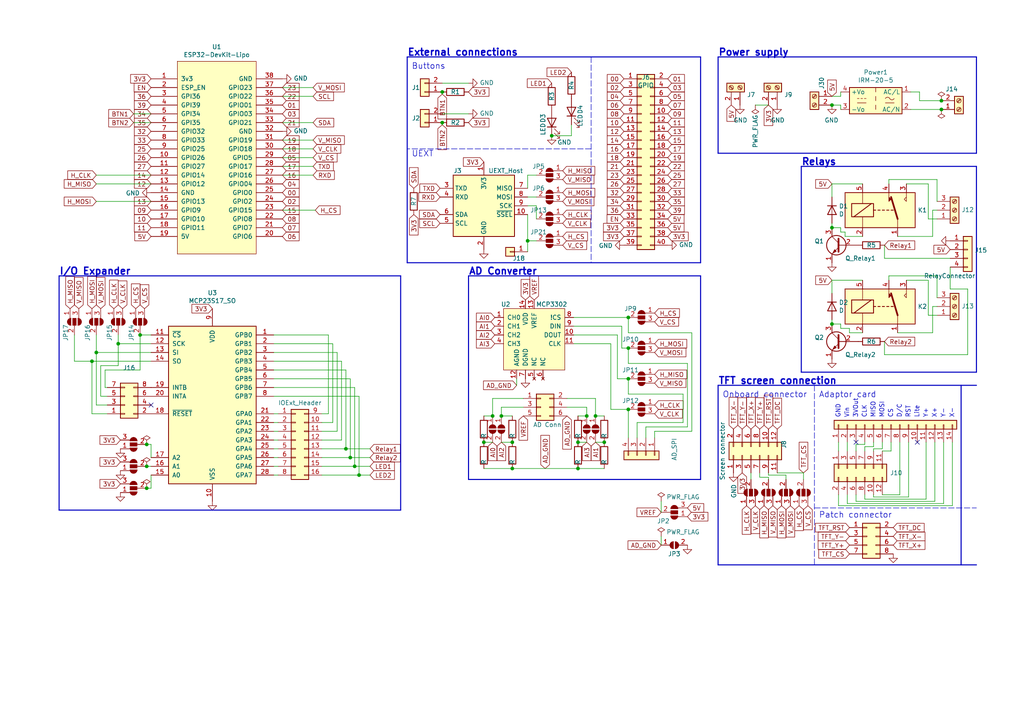
<source format=kicad_sch>
(kicad_sch (version 20211123) (generator eeschema)
  (paper "A4")
  (title_block (title "MTDevBoard") (date "2021-04-29") (rev "2") (company "RISE") (comment 1 "Johannes Nordh") (comment 2 "Mätteknik"))
  (lib_symbols
    (symbol "Connector:Screw_Terminal_01x02" (pin_names (offset 1.016) hide)
      (property "Reference" "J" (at 0 2.54 0))
      (property "Value" "Screw_Terminal_01x02" (at 0 -5.08 0))
      (symbol "Screw_Terminal_01x02_1_1"
        (pin passive line (at -5.08 0 0) (length 3.81) (name "Pin_1") (number "1"))
        (pin passive line (at -5.08 -2.54 0) (length 3.81) (name "Pin_2") (number "2"))
      )
    )
    (symbol "Connector:Screw_Terminal_01x03" (pin_names (offset 1.016) hide)
      (property "Reference" "J" (at 0 5.08 0))
      (property "Value" "Screw_Terminal_01x03" (at 0 -5.08 0))
      (symbol "Screw_Terminal_01x03_1_1"
        (pin passive line (at -5.08 2.54 0) (length 3.81) (name "Pin_1") (number "1"))
        (pin passive line (at -5.08 0 0) (length 3.81) (name "Pin_2") (number "2"))
        (pin passive line (at -5.08 -2.54 0) (length 3.81) (name "Pin_3") (number "3"))
      )
    )
    (symbol "Connector:UEXT_Host"
      (property "Reference" "J" (at 5.08 10.16 0))
      (property "Value" "UEXT_Host" (at 6.35 -10.16 0))
      (symbol "UEXT_Host_1_1"
        (pin power_in line (at 0 12.7 270) (length 3.81) (name "3V3") (number "1"))
        (pin output line (at 12.7 -2.54 180) (length 3.81) (name "~{SSEL}") (number "10"))
        (pin power_in line (at 0 -12.7 90) (length 3.81) (name "GND") (number "2"))
        (pin output line (at -12.7 5.08 0) (length 3.81) (name "TXD") (number "3"))
        (pin input line (at -12.7 2.54 0) (length 3.81) (name "RXD") (number "4"))
        (pin output line (at -12.7 -5.08 0) (length 3.81) (name "SCL") (number "5"))
        (pin bidirectional line (at -12.7 -2.54 0) (length 3.81) (name "SDA") (number "6"))
        (pin output line (at 12.7 5.08 180) (length 3.81) (name "MISO") (number "7"))
        (pin input line (at 12.7 2.54 180) (length 3.81) (name "MOSI") (number "8"))
        (pin output line (at 12.7 0 180) (length 3.81) (name "SCK") (number "9"))
      )
    )
    (symbol "Connector_Generic:Conn_01x01" (pin_names (offset 1.016) hide)
      (property "Reference" "J" (at 0 2.54 0))
      (property "Value" "Conn_01x01" (at 0 -2.54 0))
      (symbol "Conn_01x01_1_1"
        (pin passive line (at -5.08 0 0) (length 3.81) (name "Pin_1") (number "1"))
      )
    )
    (symbol "Connector_Generic:Conn_01x02" (pin_names (offset 1.016) hide)
      (property "Reference" "J" (at 0 2.54 0))
      (property "Value" "Conn_01x02" (at 0 -5.08 0))
      (symbol "Conn_01x02_1_1"
        (pin passive line (at -5.08 0 0) (length 3.81) (name "Pin_1") (number "1"))
        (pin passive line (at -5.08 -2.54 0) (length 3.81) (name "Pin_2") (number "2"))
      )
    )
    (symbol "Connector_Generic:Conn_01x04" (pin_names (offset 1.016) hide)
      (property "Reference" "J" (at 0 5.08 0))
      (property "Value" "Conn_01x04" (at 0 -7.62 0))
      (symbol "Conn_01x04_1_1"
        (pin passive line (at -5.08 2.54 0) (length 3.81) (name "Pin_1") (number "1"))
        (pin passive line (at -5.08 0 0) (length 3.81) (name "Pin_2") (number "2"))
        (pin passive line (at -5.08 -2.54 0) (length 3.81) (name "Pin_3") (number "3"))
        (pin passive line (at -5.08 -5.08 0) (length 3.81) (name "Pin_4") (number "4"))
      )
    )
    (symbol "Connector_Generic:Conn_01x14" (pin_names (offset 1.016) hide)
      (property "Reference" "J" (at 0 17.78 0))
      (property "Value" "Conn_01x14" (at 0 -20.32 0))
      (symbol "Conn_01x14_1_1"
        (pin passive line (at -5.08 15.24 0) (length 3.81) (name "Pin_1") (number "1"))
        (pin passive line (at -5.08 -7.62 0) (length 3.81) (name "Pin_10") (number "10"))
        (pin passive line (at -5.08 -10.16 0) (length 3.81) (name "Pin_11") (number "11"))
        (pin passive line (at -5.08 -12.7 0) (length 3.81) (name "Pin_12") (number "12"))
        (pin passive line (at -5.08 -15.24 0) (length 3.81) (name "Pin_13") (number "13"))
        (pin passive line (at -5.08 -17.78 0) (length 3.81) (name "Pin_14") (number "14"))
        (pin passive line (at -5.08 12.7 0) (length 3.81) (name "Pin_2") (number "2"))
        (pin passive line (at -5.08 10.16 0) (length 3.81) (name "Pin_3") (number "3"))
        (pin passive line (at -5.08 7.62 0) (length 3.81) (name "Pin_4") (number "4"))
        (pin passive line (at -5.08 5.08 0) (length 3.81) (name "Pin_5") (number "5"))
        (pin passive line (at -5.08 2.54 0) (length 3.81) (name "Pin_6") (number "6"))
        (pin passive line (at -5.08 0 0) (length 3.81) (name "Pin_7") (number "7"))
        (pin passive line (at -5.08 -2.54 0) (length 3.81) (name "Pin_8") (number "8"))
        (pin passive line (at -5.08 -5.08 0) (length 3.81) (name "Pin_9") (number "9"))
      )
    )
    (symbol "Connector_Generic:Conn_02x03_Odd_Even" (pin_names (offset 1.016) hide)
      (property "Reference" "J" (at 1.27 5.08 0))
      (property "Value" "Conn_02x03_Odd_Even" (at 1.27 -5.08 0))
      (symbol "Conn_02x03_Odd_Even_1_1"
        (pin passive line (at -5.08 2.54 0) (length 3.81) (name "Pin_1") (number "1"))
        (pin passive line (at 7.62 2.54 180) (length 3.81) (name "Pin_2") (number "2"))
        (pin passive line (at -5.08 0 0) (length 3.81) (name "Pin_3") (number "3"))
        (pin passive line (at 7.62 0 180) (length 3.81) (name "Pin_4") (number "4"))
        (pin passive line (at -5.08 -2.54 0) (length 3.81) (name "Pin_5") (number "5"))
        (pin passive line (at 7.62 -2.54 180) (length 3.81) (name "Pin_6") (number "6"))
      )
    )
    (symbol "Connector_Generic:Conn_02x04_Odd_Even" (pin_names (offset 1.016) hide)
      (property "Reference" "J" (at 1.27 5.08 0))
      (property "Value" "Conn_02x04_Odd_Even" (at 1.27 -7.62 0))
      (symbol "Conn_02x04_Odd_Even_1_1"
        (pin passive line (at -5.08 2.54 0) (length 3.81) (name "Pin_1") (number "1"))
        (pin passive line (at 7.62 2.54 180) (length 3.81) (name "Pin_2") (number "2"))
        (pin passive line (at -5.08 0 0) (length 3.81) (name "Pin_3") (number "3"))
        (pin passive line (at 7.62 0 180) (length 3.81) (name "Pin_4") (number "4"))
        (pin passive line (at -5.08 -2.54 0) (length 3.81) (name "Pin_5") (number "5"))
        (pin passive line (at 7.62 -2.54 180) (length 3.81) (name "Pin_6") (number "6"))
        (pin passive line (at -5.08 -5.08 0) (length 3.81) (name "Pin_7") (number "7"))
        (pin passive line (at 7.62 -5.08 180) (length 3.81) (name "Pin_8") (number "8"))
      )
    )
    (symbol "Connector_Generic:Conn_02x06_Odd_Even" (pin_names (offset 1.016) hide)
      (property "Reference" "J" (at 1.27 7.62 0))
      (property "Value" "Conn_02x06_Odd_Even" (at 1.27 -10.16 0))
      (symbol "Conn_02x06_Odd_Even_1_1"
        (pin passive line (at -5.08 5.08 0) (length 3.81) (name "Pin_1") (number "1"))
        (pin passive line (at 7.62 -5.08 180) (length 3.81) (name "Pin_10") (number "10"))
        (pin passive line (at -5.08 -7.62 0) (length 3.81) (name "Pin_11") (number "11"))
        (pin passive line (at 7.62 -7.62 180) (length 3.81) (name "Pin_12") (number "12"))
        (pin passive line (at 7.62 5.08 180) (length 3.81) (name "Pin_2") (number "2"))
        (pin passive line (at -5.08 2.54 0) (length 3.81) (name "Pin_3") (number "3"))
        (pin passive line (at 7.62 2.54 180) (length 3.81) (name "Pin_4") (number "4"))
        (pin passive line (at -5.08 0 0) (length 3.81) (name "Pin_5") (number "5"))
        (pin passive line (at 7.62 0 180) (length 3.81) (name "Pin_6") (number "6"))
        (pin passive line (at -5.08 -2.54 0) (length 3.81) (name "Pin_7") (number "7"))
        (pin passive line (at 7.62 -2.54 180) (length 3.81) (name "Pin_8") (number "8"))
        (pin passive line (at -5.08 -5.08 0) (length 3.81) (name "Pin_9") (number "9"))
      )
    )
    (symbol "Connector_Generic:Conn_02x08_Top_Bottom" (pin_names (offset 1.016) hide)
      (property "Reference" "J" (at 1.27 10.16 0))
      (property "Value" "Conn_02x08_Top_Bottom" (at 1.27 -12.7 0))
      (symbol "Conn_02x08_Top_Bottom_1_1"
        (pin passive line (at -5.08 7.62 0) (length 3.81) (name "Pin_1") (number "1"))
        (pin passive line (at 7.62 5.08 180) (length 3.81) (name "Pin_10") (number "10"))
        (pin passive line (at 7.62 2.54 180) (length 3.81) (name "Pin_11") (number "11"))
        (pin passive line (at 7.62 0 180) (length 3.81) (name "Pin_12") (number "12"))
        (pin passive line (at 7.62 -2.54 180) (length 3.81) (name "Pin_13") (number "13"))
        (pin passive line (at 7.62 -5.08 180) (length 3.81) (name "Pin_14") (number "14"))
        (pin passive line (at 7.62 -7.62 180) (length 3.81) (name "Pin_15") (number "15"))
        (pin passive line (at 7.62 -10.16 180) (length 3.81) (name "Pin_16") (number "16"))
        (pin passive line (at -5.08 5.08 0) (length 3.81) (name "Pin_2") (number "2"))
        (pin passive line (at -5.08 2.54 0) (length 3.81) (name "Pin_3") (number "3"))
        (pin passive line (at -5.08 0 0) (length 3.81) (name "Pin_4") (number "4"))
        (pin passive line (at -5.08 -2.54 0) (length 3.81) (name "Pin_5") (number "5"))
        (pin passive line (at -5.08 -5.08 0) (length 3.81) (name "Pin_6") (number "6"))
        (pin passive line (at -5.08 -7.62 0) (length 3.81) (name "Pin_7") (number "7"))
        (pin passive line (at -5.08 -10.16 0) (length 3.81) (name "Pin_8") (number "8"))
        (pin passive line (at 7.62 7.62 180) (length 3.81) (name "Pin_9") (number "9"))
      )
    )
    (symbol "Connector_Generic:Conn_02x20_Odd_Even" (pin_names (offset 1.016) hide)
      (property "Reference" "J" (at 1.27 25.4 0))
      (property "Value" "Conn_02x20_Odd_Even" (at 1.27 -27.94 0))
      (symbol "Conn_02x20_Odd_Even_1_1"
        (pin passive line (at -5.08 22.86 0) (length 3.81) (name "Pin_1") (number "1"))
        (pin passive line (at 7.62 12.7 180) (length 3.81) (name "Pin_10") (number "10"))
        (pin passive line (at -5.08 10.16 0) (length 3.81) (name "Pin_11") (number "11"))
        (pin passive line (at 7.62 10.16 180) (length 3.81) (name "Pin_12") (number "12"))
        (pin passive line (at -5.08 7.62 0) (length 3.81) (name "Pin_13") (number "13"))
        (pin passive line (at 7.62 7.62 180) (length 3.81) (name "Pin_14") (number "14"))
        (pin passive line (at -5.08 5.08 0) (length 3.81) (name "Pin_15") (number "15"))
        (pin passive line (at 7.62 5.08 180) (length 3.81) (name "Pin_16") (number "16"))
        (pin passive line (at -5.08 2.54 0) (length 3.81) (name "Pin_17") (number "17"))
        (pin passive line (at 7.62 2.54 180) (length 3.81) (name "Pin_18") (number "18"))
        (pin passive line (at -5.08 0 0) (length 3.81) (name "Pin_19") (number "19"))
        (pin passive line (at 7.62 22.86 180) (length 3.81) (name "Pin_2") (number "2"))
        (pin passive line (at 7.62 0 180) (length 3.81) (name "Pin_20") (number "20"))
        (pin passive line (at -5.08 -2.54 0) (length 3.81) (name "Pin_21") (number "21"))
        (pin passive line (at 7.62 -2.54 180) (length 3.81) (name "Pin_22") (number "22"))
        (pin passive line (at -5.08 -5.08 0) (length 3.81) (name "Pin_23") (number "23"))
        (pin passive line (at 7.62 -5.08 180) (length 3.81) (name "Pin_24") (number "24"))
        (pin passive line (at -5.08 -7.62 0) (length 3.81) (name "Pin_25") (number "25"))
        (pin passive line (at 7.62 -7.62 180) (length 3.81) (name "Pin_26") (number "26"))
        (pin passive line (at -5.08 -10.16 0) (length 3.81) (name "Pin_27") (number "27"))
        (pin passive line (at 7.62 -10.16 180) (length 3.81) (name "Pin_28") (number "28"))
        (pin passive line (at -5.08 -12.7 0) (length 3.81) (name "Pin_29") (number "29"))
        (pin passive line (at -5.08 20.32 0) (length 3.81) (name "Pin_3") (number "3"))
        (pin passive line (at 7.62 -12.7 180) (length 3.81) (name "Pin_30") (number "30"))
        (pin passive line (at -5.08 -15.24 0) (length 3.81) (name "Pin_31") (number "31"))
        (pin passive line (at 7.62 -15.24 180) (length 3.81) (name "Pin_32") (number "32"))
        (pin passive line (at -5.08 -17.78 0) (length 3.81) (name "Pin_33") (number "33"))
        (pin passive line (at 7.62 -17.78 180) (length 3.81) (name "Pin_34") (number "34"))
        (pin passive line (at -5.08 -20.32 0) (length 3.81) (name "Pin_35") (number "35"))
        (pin passive line (at 7.62 -20.32 180) (length 3.81) (name "Pin_36") (number "36"))
        (pin passive line (at -5.08 -22.86 0) (length 3.81) (name "Pin_37") (number "37"))
        (pin passive line (at 7.62 -22.86 180) (length 3.81) (name "Pin_38") (number "38"))
        (pin passive line (at -5.08 -25.4 0) (length 3.81) (name "Pin_39") (number "39"))
        (pin passive line (at 7.62 20.32 180) (length 3.81) (name "Pin_4") (number "4"))
        (pin passive line (at 7.62 -25.4 180) (length 3.81) (name "Pin_40") (number "40"))
        (pin passive line (at -5.08 17.78 0) (length 3.81) (name "Pin_5") (number "5"))
        (pin passive line (at 7.62 17.78 180) (length 3.81) (name "Pin_6") (number "6"))
        (pin passive line (at -5.08 15.24 0) (length 3.81) (name "Pin_7") (number "7"))
        (pin passive line (at 7.62 15.24 180) (length 3.81) (name "Pin_8") (number "8"))
        (pin passive line (at -5.08 12.7 0) (length 3.81) (name "Pin_9") (number "9"))
      )
    )
    (symbol "Converter_ACDC:IRM-20-5"
      (property "Reference" "PS" (at 0 5.08 0))
      (property "Value" "IRM-20-5" (at 0 -5.08 0))
      (symbol "IRM-20-5_1_1"
        (pin power_in line (at -10.16 2.54 0) (length 2.54) (name "AC/L") (number "1"))
        (pin power_in line (at -10.16 -2.54 0) (length 2.54) (name "AC/N") (number "2"))
        (pin power_out line (at 10.16 -2.54 180) (length 2.54) (name "-Vo") (number "3"))
        (pin power_out line (at 10.16 2.54 180) (length 2.54) (name "+Vo") (number "4"))
      )
    )
    (symbol "Device:D" (pin_numbers hide) (pin_names (offset 1.016) hide)
      (property "Reference" "D" (at 0 2.54 0))
      (property "Value" "D" (at 0 -2.54 0))
      (symbol "D_1_1"
        (pin passive line (at -3.81 0 0) (length 2.54) (name "K") (number "1"))
        (pin passive line (at 3.81 0 180) (length 2.54) (name "A") (number "2"))
      )
    )
    (symbol "Device:LED" (pin_numbers hide) (pin_names (offset 1.016) hide)
      (property "Reference" "D" (at 0 2.54 0))
      (property "Value" "LED" (at 0 -2.54 0))
      (symbol "LED_1_1"
        (pin passive line (at -3.81 0 0) (length 2.54) (name "K") (number "1"))
        (pin passive line (at 3.81 0 180) (length 2.54) (name "A") (number "2"))
      )
    )
    (symbol "Device:Q_NPN_EBC" (pin_names (offset 0) hide)
      (property "Reference" "Q" (at 5.08 1.27 0))
      (property "Value" "Q_NPN_EBC" (at 5.08 -1.27 0))
      (symbol "Q_NPN_EBC_1_1"
        (pin passive line (at 2.54 -5.08 90) (length 2.54) (name "E") (number "1"))
        (pin passive line (at -5.08 0 0) (length 5.715) (name "B") (number "2"))
        (pin passive line (at 2.54 5.08 270) (length 2.54) (name "C") (number "3"))
      )
    )
    (symbol "Device:R" (pin_numbers hide) (pin_names (offset 0))
      (property "Reference" "R" (at 2.032 0 90))
      (property "Value" "R" (at 0 0 90))
      (symbol "R_1_1"
        (pin passive line (at 0 3.81 270) (length 1.27) (name "~") (number "1"))
        (pin passive line (at 0 -3.81 90) (length 1.27) (name "~") (number "2"))
      )
    )
    (symbol "Interface_Expansion:MCP23S17_SO" (pin_names (offset 1.016))
      (property "Reference" "U" (at -11.43 24.13 0))
      (property "Value" "MCP23S17_SO" (at 0 0 0))
      (symbol "MCP23S17_SO_1_1"
        (pin bidirectional line (at 17.78 20.32 180) (length 5.08) (name "GPB0") (number "1"))
        (pin power_in line (at 0 -27.94 90) (length 5.08) (name "VSS") (number "10"))
        (pin input line (at -17.78 20.32 0) (length 5.08) (name "~{CS}") (number "11"))
        (pin input line (at -17.78 17.78 0) (length 5.08) (name "SCK") (number "12"))
        (pin input line (at -17.78 15.24 0) (length 5.08) (name "SI") (number "13"))
        (pin output line (at -17.78 12.7 0) (length 5.08) (name "SO") (number "14"))
        (pin input line (at -17.78 -20.32 0) (length 5.08) (name "A0") (number "15"))
        (pin input line (at -17.78 -17.78 0) (length 5.08) (name "A1") (number "16"))
        (pin input line (at -17.78 -15.24 0) (length 5.08) (name "A2") (number "17"))
        (pin input line (at -17.78 -2.54 0) (length 5.08) (name "~{RESET}") (number "18"))
        (pin tri_state line (at -17.78 5.08 0) (length 5.08) (name "INTB") (number "19"))
        (pin bidirectional line (at 17.78 17.78 180) (length 5.08) (name "GPB1") (number "2"))
        (pin tri_state line (at -17.78 2.54 0) (length 5.08) (name "INTA") (number "20"))
        (pin bidirectional line (at 17.78 -2.54 180) (length 5.08) (name "GPA0") (number "21"))
        (pin bidirectional line (at 17.78 -5.08 180) (length 5.08) (name "GPA1") (number "22"))
        (pin bidirectional line (at 17.78 -7.62 180) (length 5.08) (name "GPA2") (number "23"))
        (pin bidirectional line (at 17.78 -10.16 180) (length 5.08) (name "GPA3") (number "24"))
        (pin bidirectional line (at 17.78 -12.7 180) (length 5.08) (name "GPA4") (number "25"))
        (pin bidirectional line (at 17.78 -15.24 180) (length 5.08) (name "GPA5") (number "26"))
        (pin bidirectional line (at 17.78 -17.78 180) (length 5.08) (name "GPA6") (number "27"))
        (pin bidirectional line (at 17.78 -20.32 180) (length 5.08) (name "GPA7") (number "28"))
        (pin bidirectional line (at 17.78 15.24 180) (length 5.08) (name "GPB2") (number "3"))
        (pin bidirectional line (at 17.78 12.7 180) (length 5.08) (name "GPB3") (number "4"))
        (pin bidirectional line (at 17.78 10.16 180) (length 5.08) (name "GPB4") (number "5"))
        (pin bidirectional line (at 17.78 7.62 180) (length 5.08) (name "GPB5") (number "6"))
        (pin bidirectional line (at 17.78 5.08 180) (length 5.08) (name "GPB6") (number "7"))
        (pin bidirectional line (at 17.78 2.54 180) (length 5.08) (name "GPB7") (number "8"))
        (pin power_in line (at 0 27.94 270) (length 5.08) (name "VDD") (number "9"))
      )
    )
    (symbol "Jumper:SolderJumper_2_Open" (pin_names (offset 0) hide)
      (property "Reference" "JP" (at 0 2.032 0))
      (property "Value" "SolderJumper_2_Open" (at 0 -2.54 0))
      (symbol "SolderJumper_2_Open_1_1"
        (pin passive line (at -3.81 0 0) (length 2.54) (name "A") (number "1"))
        (pin passive line (at 3.81 0 180) (length 2.54) (name "B") (number "2"))
      )
    )
    (symbol "MTDevBoard-rescue:ESP32-DevKit-Lipo-ESP32-DevKit" (pin_names (offset 1.016))
      (property "Reference" "U" (at 0 -2.54 0))
      (property "Value" "ESP32-DevKit-Lipo-ESP32-DevKit" (at -1.27 29.21 0))
      (symbol "ESP32-DevKit-Lipo-ESP32-DevKit_1_1"
        (pin power_in line (at -19.05 22.86 0) (length 7.62) (name "3v3") (number "1"))
        (pin bidirectional line (at -19.05 0 0) (length 7.62) (name "GPIO26") (number "10"))
        (pin bidirectional line (at -19.05 -2.54 0) (length 7.62) (name "GPIO27") (number "11"))
        (pin bidirectional line (at -19.05 -5.08 0) (length 7.62) (name "GPIO14") (number "12"))
        (pin bidirectional line (at -19.05 -7.62 0) (length 7.62) (name "GPIO12") (number "13"))
        (pin power_in line (at -19.05 -10.16 0) (length 7.62) (name "GND") (number "14"))
        (pin bidirectional line (at -19.05 -12.7 0) (length 7.62) (name "GPIO13") (number "15"))
        (pin bidirectional line (at -19.05 -15.24 0) (length 7.62) (name "GPIO9") (number "16"))
        (pin bidirectional line (at -19.05 -17.78 0) (length 7.62) (name "GPIO10") (number "17"))
        (pin bidirectional line (at -19.05 -20.32 0) (length 7.62) (name "GPIO11") (number "18"))
        (pin power_in line (at -19.05 -22.86 0) (length 7.62) (name "5V") (number "19"))
        (pin input line (at -19.05 20.32 0) (length 7.62) (name "ESP_EN") (number "2"))
        (pin bidirectional line (at 19.05 -22.86 180) (length 7.62) (name "GPIO6") (number "20"))
        (pin bidirectional line (at 19.05 -20.32 180) (length 7.62) (name "GPIO7") (number "21"))
        (pin bidirectional line (at 19.05 -17.78 180) (length 7.62) (name "GPIO8") (number "22"))
        (pin bidirectional line (at 19.05 -15.24 180) (length 7.62) (name "GPIO15") (number "23"))
        (pin bidirectional line (at 19.05 -12.7 180) (length 7.62) (name "GPIO2") (number "24"))
        (pin bidirectional line (at 19.05 -10.16 180) (length 7.62) (name "GPIO0") (number "25"))
        (pin bidirectional line (at 19.05 -7.62 180) (length 7.62) (name "GPIO04") (number "26"))
        (pin bidirectional line (at 19.05 -5.08 180) (length 7.62) (name "GPIO16") (number "27"))
        (pin bidirectional line (at 19.05 -2.54 180) (length 7.62) (name "GPIO17") (number "28"))
        (pin bidirectional line (at 19.05 0 180) (length 7.62) (name "GPIO5") (number "29"))
        (pin input line (at -19.05 17.78 0) (length 7.62) (name "GPI36") (number "3"))
        (pin bidirectional line (at 19.05 2.54 180) (length 7.62) (name "GPIO18") (number "30"))
        (pin bidirectional line (at 19.05 5.08 180) (length 7.62) (name "GPIO19") (number "31"))
        (pin power_in line (at 19.05 7.62 180) (length 7.62) (name "GND") (number "32"))
        (pin bidirectional line (at 19.05 10.16 180) (length 7.62) (name "GPIO21") (number "33"))
        (pin bidirectional line (at 19.05 12.7 180) (length 7.62) (name "GPIO03") (number "34"))
        (pin bidirectional line (at 19.05 15.24 180) (length 7.62) (name "GPIO01") (number "35"))
        (pin bidirectional line (at 19.05 17.78 180) (length 7.62) (name "GPIO22") (number "36"))
        (pin bidirectional line (at 19.05 20.32 180) (length 7.62) (name "GPIO23") (number "37"))
        (pin power_in line (at 19.05 22.86 180) (length 7.62) (name "GND") (number "38"))
        (pin input line (at -19.05 15.24 0) (length 7.62) (name "GPI39") (number "4"))
        (pin input line (at -19.05 12.7 0) (length 7.62) (name "GPI34") (number "5"))
        (pin input line (at -19.05 10.16 0) (length 7.62) (name "GPI35") (number "6"))
        (pin bidirectional line (at -19.05 7.62 0) (length 7.62) (name "GPIO32") (number "7"))
        (pin bidirectional line (at -19.05 5.08 0) (length 7.62) (name "GPIO33") (number "8"))
        (pin bidirectional line (at -19.05 2.54 0) (length 7.62) (name "GPIO25") (number "9"))
      )
    )
    (symbol "MTDevBoard-rescue:MCP3302-ESP32-DevKit" (pin_names (offset 1.016))
      (property "Reference" "U" (at -7.62 8.89 0))
      (property "Value" "MCP3302-ESP32-DevKit" (at 5.08 8.89 0))
      (symbol "MCP3302-ESP32-DevKit_1_1"
        (pin input line (at -11.43 5.08 0) (length 2.54) (name "CH0") (number "1"))
        (pin input line (at 11.43 0 180) (length 2.54) (name "DOUT") (number "10"))
        (pin input line (at 11.43 -2.54 180) (length 2.54) (name "CLK") (number "11"))
        (pin input line (at -5.08 -12.7 90) (length 2.54) (name "AGND") (number "12"))
        (pin input line (at 0 10.16 270) (length 2.54) (name "VREF") (number "13"))
        (pin input line (at -2.54 10.16 270) (length 2.54) (name "VDD") (number "14"))
        (pin input line (at -11.43 2.54 0) (length 2.54) (name "CH1") (number "2"))
        (pin input line (at -11.43 0 0) (length 2.54) (name "CH2") (number "3"))
        (pin input line (at -11.43 -2.54 0) (length 2.54) (name "CH3") (number "4"))
        (pin no_connect line (at 0 -12.7 90) (length 2.54) (name "NC") (number "5"))
        (pin no_connect line (at 2.54 -12.7 90) (length 2.54) (name "NC") (number "6"))
        (pin input line (at -2.54 -12.7 90) (length 2.54) (name "DGND") (number "7"))
        (pin input line (at 11.43 5.08 180) (length 2.54) (name "!CS") (number "8"))
        (pin input line (at 11.43 2.54 180) (length 2.54) (name "DIN") (number "9"))
      )
    )
    (symbol "MTDevBoard-rescue:SolderJumper_3_Open_Slim-ESP32-DevKit" (pin_names (offset 0) hide)
      (property "Reference" "JP" (at 2.54 -5.08 90))
      (symbol "SolderJumper_3_Open_Slim-ESP32-DevKit_1_1"
        (pin passive line (at -1.27 3.81 270) (length 2.54) (name "A") (number "1"))
        (pin input line (at 0 -3.81 90) (length 2.54) (name "C") (number "2"))
        (pin passive line (at 1.27 3.81 270) (length 2.54) (name "B") (number "3"))
      )
    )
    (symbol "Relay:SANYOU_SRD_Form_C"
      (property "Reference" "K" (at 11.43 3.81 0))
      (property "Value" "SANYOU_SRD_Form_C" (at 11.43 1.27 0))
      (symbol "SANYOU_SRD_Form_C_1_1"
        (pin passive line (at 5.08 -7.62 90) (length 2.54) (name "~") (number "1"))
        (pin passive line (at -5.08 -7.62 90) (length 2.54) (name "~") (number "2"))
        (pin passive line (at 7.62 7.62 270) (length 2.54) (name "~") (number "3"))
        (pin passive line (at 2.54 7.62 270) (length 2.54) (name "~") (number "4"))
        (pin passive line (at -5.08 7.62 270) (length 2.54) (name "~") (number "5"))
      )
    )
    (symbol "power:GND" (power) (pin_names (offset 0))
      (property "Value" "GND" (at 0 -3.81 0))
      (symbol "GND_1_1"
        (pin power_in line (at 0 0 270) (length 0) hide (name "GND") (number "1"))
      )
    )
    (symbol "power:PWR_FLAG" (power) (pin_numbers hide) (pin_names (offset 0) hide)
      (property "Value" "PWR_FLAG" (at 0 3.81 0))
      (symbol "PWR_FLAG_0_0"
        (pin power_out line (at 0 0 90) (length 0) (name "pwr") (number "1"))
      )
    )
  )
  (junction (at 182.245 109.855))
  (junction (at 160.02 39.37))
  (junction (at 241.3 66.04))
  (junction (at 42.545 135.255))
  (junction (at 101.6 132.715))
  (junction (at 273.05 29.21))
  (junction (at 26.67 104.775))
  (junction (at 170.18 120.65))
  (junction (at 128.27 35.56))
  (junction (at 148.59 128.27))
  (junction (at 241.3 30.48))
  (junction (at 145.415 120.65))
  (junction (at 27.94 102.235))
  (junction (at 104.14 137.795))
  (junction (at 40.64 97.155))
  (junction (at 153.035 69.85))
  (junction (at 42.545 128.905))
  (junction (at 167.64 128.27))
  (junction (at 128.27 26.67))
  (junction (at 142.875 120.65))
  (junction (at 42.545 141.605))
  (junction (at 34.29 99.695))
  (junction (at 167.64 135.89))
  (junction (at 182.245 100.965))
  (junction (at 100.33 130.175))
  (junction (at 175.26 128.27))
  (junction (at 182.245 118.745))
  (junction (at 140.335 128.27))
  (junction (at 102.87 135.255))
  (junction (at 172.72 120.65))
  (junction (at 148.59 135.89))
  (junction (at 241.3 93.98))
  (junction (at 273.05 31.75))
  (junction (at 182.245 92.075))
  (no_connect (at 248.285 128.27))
  (no_connect (at 266.065 128.27))
  (no_connect (at 43.815 117.475))
  (wire (pts (xy 227.965 137.795) (xy 227.965 139.065)))
  (wire (pts (xy 243.205 128.27) (xy 243.205 130.81)))
  (wire (pts (xy 257.81 52.07) (xy 271.78 52.07)))
  (wire (pts (xy 270.51 60.96) (xy 271.78 60.96)))
  (wire (pts (xy 104.14 114.935) (xy 104.14 137.795)))
  (polyline (pts (xy 208.28 111.76) (xy 208.28 163.83)) (stroke (width 0.3048) (type solid)))
  (wire (pts (xy 182.245 92.075) (xy 166.37 92.075)))
  (wire (pts (xy 219.075 30.48) (xy 222.885 30.48)))
  (wire (pts (xy 271.78 80.01) (xy 271.78 86.36)))
  (wire (pts (xy 222.885 139.065) (xy 222.885 138.43)))
  (wire (pts (xy 80.645 127.635) (xy 79.375 127.635)))
  (wire (pts (xy 100.33 130.175) (xy 93.345 130.175)))
  (wire (pts (xy 95.25 120.015) (xy 93.345 120.015)))
  (wire (pts (xy 243.84 93.98) (xy 241.3 93.98)))
  (wire (pts (xy 29.21 114.935) (xy 29.21 106.045)))
  (wire (pts (xy 241.3 85.09) (xy 241.3 81.28)))
  (wire (pts (xy 233.045 137.16) (xy 233.045 139.065)))
  (wire (pts (xy 241.3 30.48) (xy 243.84 30.48)))
  (wire (pts (xy 262.89 53.34) (xy 269.24 53.34)))
  (wire (pts (xy 241.3 57.15) (xy 241.3 53.34)))
  (polyline (pts (xy 118.11 16.51) (xy 118.11 76.2)) (stroke (width 0.3048) (type solid)))
  (wire (pts (xy 31.115 117.475) (xy 27.94 117.475)))
  (wire (pts (xy 34.29 99.695) (xy 43.815 99.695)))
  (wire (pts (xy 42.545 128.905) (xy 43.815 128.905)))
  (wire (pts (xy 270.51 88.9) (xy 271.78 88.9)))
  (wire (pts (xy 280.67 102.87) (xy 256.54 102.87)))
  (wire (pts (xy 148.59 128.27) (xy 145.415 128.27)))
  (wire (pts (xy 104.14 137.795) (xy 93.345 137.795)))
  (wire (pts (xy 90.805 40.64) (xy 81.915 40.64)))
  (wire (pts (xy 241.3 53.34) (xy 250.19 53.34)))
  (wire (pts (xy 148.59 135.89) (xy 167.64 135.89)))
  (wire (pts (xy 165.735 39.37) (xy 160.02 39.37)))
  (wire (pts (xy 271.78 52.07) (xy 271.78 58.42)))
  (wire (pts (xy 166.37 97.155) (xy 179.07 97.155)))
  (wire (pts (xy 79.375 102.235) (xy 97.79 102.235)))
  (wire (pts (xy 79.375 112.395) (xy 102.87 112.395)))
  (wire (pts (xy 135.89 33.02) (xy 128.27 33.02)))
  (wire (pts (xy 153.035 62.23) (xy 153.035 69.85)))
  (wire (pts (xy 245.11 67.31) (xy 243.84 67.31)))
  (wire (pts (xy 104.14 137.795) (xy 107.315 137.795)))
  (wire (pts (xy 40.64 97.155) (xy 43.815 97.155)))
  (wire (pts (xy 107.315 130.175) (xy 100.33 130.175)))
  (wire (pts (xy 273.685 146.05) (xy 273.685 128.27)))
  (wire (pts (xy 81.915 27.94) (xy 90.805 27.94)))
  (wire (pts (xy 31.115 114.935) (xy 29.21 114.935)))
  (wire (pts (xy 275.59 74.93) (xy 256.54 74.93)))
  (wire (pts (xy 153.035 69.85) (xy 155.575 69.85)))
  (wire (pts (xy 43.815 104.775) (xy 26.67 104.775)))
  (wire (pts (xy 99.06 104.775) (xy 99.06 127.635)))
  (wire (pts (xy 90.805 45.72) (xy 81.915 45.72)))
  (wire (pts (xy 40.64 97.155) (xy 40.64 107.315)))
  (wire (pts (xy 191.77 145.415) (xy 191.77 148.59)))
  (wire (pts (xy 153.035 54.61) (xy 153.035 50.8)))
  (wire (pts (xy 191.77 155.575) (xy 191.77 158.115)))
  (wire (pts (xy 222.885 138.43) (xy 220.345 138.43)))
  (wire (pts (xy 243.84 95.25) (xy 243.84 93.98)))
  (wire (pts (xy 217.805 137.16) (xy 217.805 139.065)))
  (wire (pts (xy 250.825 144.78) (xy 268.605 144.78)))
  (wire (pts (xy 38.735 35.56) (xy 43.815 35.56)))
  (wire (pts (xy 184.785 122.555) (xy 184.785 127)))
  (wire (pts (xy 177.165 118.745) (xy 182.245 118.745)))
  (wire (pts (xy 153.035 59.69) (xy 155.575 59.69)))
  (polyline (pts (xy 232.41 48.26) (xy 232.41 107.95)) (stroke (width 0.3048) (type solid)))
  (wire (pts (xy 182.245 118.745) (xy 182.245 127)))
  (polyline (pts (xy 171.45 16.51) (xy 171.45 76.2)))
  (wire (pts (xy 145.415 120.65) (xy 145.415 118.11)))
  (wire (pts (xy 149.86 109.855) (xy 149.86 111.76)))
  (wire (pts (xy 97.79 125.095) (xy 93.345 125.095)))
  (wire (pts (xy 250.825 143.51) (xy 250.825 144.78)))
  (wire (pts (xy 142.875 120.65) (xy 140.335 120.65)))
  (wire (pts (xy 270.51 96.52) (xy 270.51 88.9)))
  (wire (pts (xy 142.875 115.57) (xy 142.875 120.65)))
  (wire (pts (xy 34.29 97.155) (xy 34.29 99.695)))
  (wire (pts (xy 253.365 128.27) (xy 253.365 129.54)))
  (wire (pts (xy 145.415 120.65) (xy 148.59 120.65)))
  (wire (pts (xy 97.79 102.235) (xy 97.79 125.095)))
  (wire (pts (xy 153.035 69.85) (xy 153.035 73.025)))
  (wire (pts (xy 30.48 112.395) (xy 31.115 112.395)))
  (polyline (pts (xy 17.145 80.01) (xy 116.205 80.01)) (stroke (width 0.3048) (type solid)))
  (wire (pts (xy 260.985 128.27) (xy 260.985 143.51)))
  (wire (pts (xy 38.735 33.02) (xy 43.815 33.02)))
  (wire (pts (xy 170.18 120.65) (xy 167.64 120.65)))
  (wire (pts (xy 276.225 146.685) (xy 276.225 128.27)))
  (wire (pts (xy 81.915 35.56) (xy 90.805 35.56)))
  (wire (pts (xy 21.59 104.775) (xy 26.67 104.775)))
  (wire (pts (xy 243.84 30.48) (xy 243.84 31.75)))
  (polyline (pts (xy 283.21 16.51) (xy 208.28 16.51)) (stroke (width 0.3048) (type solid)))
  (wire (pts (xy 241.3 92.71) (xy 241.3 93.98)))
  (wire (pts (xy 27.94 58.42) (xy 43.815 58.42)))
  (wire (pts (xy 79.375 125.095) (xy 80.645 125.095)))
  (wire (pts (xy 245.11 68.58) (xy 245.11 67.31)))
  (polyline (pts (xy 236.22 147.32) (xy 283.21 147.32)))
  (wire (pts (xy 26.67 104.775) (xy 26.67 120.015)))
  (wire (pts (xy 182.245 100.965) (xy 182.245 105.41)))
  (wire (pts (xy 248.285 143.51) (xy 248.285 145.415)))
  (polyline (pts (xy 116.205 147.955) (xy 17.145 147.955)) (stroke (width 0.3048) (type solid)))
  (wire (pts (xy 102.87 135.255) (xy 107.315 135.255)))
  (wire (pts (xy 198.12 114.3) (xy 198.12 122.555)))
  (wire (pts (xy 243.84 67.31) (xy 243.84 66.04)))
  (wire (pts (xy 258.445 128.27) (xy 258.445 130.81)))
  (polyline (pts (xy 278.765 111.76) (xy 278.765 163.83)) (stroke (width 0.3048) (type solid)))
  (polyline (pts (xy 208.28 163.83) (xy 283.21 163.83)) (stroke (width 0.3048) (type solid)))
  (polyline (pts (xy 135.89 80.01) (xy 135.89 139.065)) (stroke (width 0.3048) (type solid)))
  (wire (pts (xy 245.745 146.05) (xy 273.685 146.05)))
  (wire (pts (xy 260.35 68.58) (xy 270.51 68.58)))
  (wire (pts (xy 170.18 118.11) (xy 170.18 120.65)))
  (wire (pts (xy 253.365 130.175) (xy 255.905 130.175)))
  (wire (pts (xy 172.72 120.65) (xy 172.72 115.57)))
  (wire (pts (xy 79.375 99.695) (xy 96.52 99.695)))
  (wire (pts (xy 167.64 128.27) (xy 170.18 128.27)))
  (polyline (pts (xy 232.41 107.95) (xy 283.21 107.95)) (stroke (width 0.3048) (type solid)))
  (polyline (pts (xy 171.45 43.18) (xy 118.11 43.18)))
  (wire (pts (xy 182.245 109.855) (xy 179.07 109.855)))
  (wire (pts (xy 243.84 27.94) (xy 243.84 26.67)))
  (wire (pts (xy 269.24 53.34) (xy 269.24 63.5)))
  (wire (pts (xy 222.885 137.795) (xy 227.965 137.795)))
  (polyline (pts (xy 203.2 80.01) (xy 203.2 139.065)) (stroke (width 0.3048) (type solid)))
  (wire (pts (xy 245.745 143.51) (xy 245.745 146.05)))
  (wire (pts (xy 255.905 128.27) (xy 255.905 130.175)))
  (wire (pts (xy 79.375 114.935) (xy 104.14 114.935)))
  (wire (pts (xy 27.94 97.155) (xy 27.94 102.235)))
  (wire (pts (xy 250.825 129.54) (xy 250.825 130.81)))
  (wire (pts (xy 166.37 94.615) (xy 180.34 94.615)))
  (wire (pts (xy 266.7 29.21) (xy 273.05 29.21)))
  (wire (pts (xy 182.245 105.41) (xy 199.39 105.41)))
  (polyline (pts (xy 208.28 16.51) (xy 208.28 44.45)) (stroke (width 0.3048) (type solid)))
  (wire (pts (xy 155.575 59.69) (xy 155.575 63.5)))
  (wire (pts (xy 182.245 92.075) (xy 182.245 96.52)))
  (wire (pts (xy 241.3 27.94) (xy 243.84 27.94)))
  (wire (pts (xy 179.07 97.155) (xy 179.07 109.855)))
  (wire (pts (xy 128.27 26.67) (xy 128.27 27.305)))
  (wire (pts (xy 257.81 53.34) (xy 257.81 52.07)))
  (wire (pts (xy 42.545 141.605) (xy 43.815 141.605)))
  (wire (pts (xy 175.26 128.27) (xy 172.72 128.27)))
  (wire (pts (xy 34.29 99.695) (xy 34.29 106.045)))
  (wire (pts (xy 182.245 100.965) (xy 180.34 100.965)))
  (wire (pts (xy 200.66 96.52) (xy 200.66 125.095)))
  (polyline (pts (xy 208.28 44.45) (xy 283.21 44.45)) (stroke (width 0.3048) (type solid)))
  (wire (pts (xy 79.375 107.315) (xy 100.33 107.315)))
  (polyline (pts (xy 283.21 44.45) (xy 283.21 16.51)) (stroke (width 0.3048) (type solid)))
  (wire (pts (xy 275.59 83.82) (xy 280.67 83.82)))
  (wire (pts (xy 260.35 96.52) (xy 270.51 96.52)))
  (wire (pts (xy 27.94 53.34) (xy 43.815 53.34)))
  (wire (pts (xy 241.3 64.77) (xy 241.3 66.04)))
  (wire (pts (xy 187.325 123.825) (xy 187.325 127)))
  (wire (pts (xy 81.915 25.4) (xy 90.805 25.4)))
  (wire (pts (xy 199.39 105.41) (xy 199.39 123.825)))
  (wire (pts (xy 151.765 118.11) (xy 145.415 118.11)))
  (wire (pts (xy 102.87 135.255) (xy 93.345 135.255)))
  (wire (pts (xy 96.52 122.555) (xy 93.345 122.555)))
  (wire (pts (xy 199.39 123.825) (xy 187.325 123.825)))
  (wire (pts (xy 275.59 77.47) (xy 275.59 83.82)))
  (polyline (pts (xy 17.145 80.01) (xy 17.145 147.955)) (stroke (width 0.3048) (type solid)))
  (wire (pts (xy 135.89 24.13) (xy 128.27 24.13)))
  (wire (pts (xy 182.245 114.3) (xy 198.12 114.3)))
  (polyline (pts (xy 116.205 80.01) (xy 116.205 147.955)) (stroke (width 0.3048) (type solid)))
  (wire (pts (xy 102.87 112.395) (xy 102.87 135.255)))
  (wire (pts (xy 255.905 130.81) (xy 258.445 130.81)))
  (wire (pts (xy 248.285 128.905) (xy 250.825 128.905)))
  (wire (pts (xy 80.645 122.555) (xy 79.375 122.555)))
  (wire (pts (xy 268.605 144.78) (xy 268.605 128.27)))
  (wire (pts (xy 257.81 80.01) (xy 271.78 80.01)))
  (polyline (pts (xy 232.41 48.26) (xy 283.21 48.26)) (stroke (width 0.3048) (type solid)))
  (wire (pts (xy 172.72 120.65) (xy 175.26 120.65)))
  (polyline (pts (xy 236.22 111.76) (xy 236.22 163.83)))
  (wire (pts (xy 30.48 107.315) (xy 30.48 112.395)))
  (wire (pts (xy 182.245 96.52) (xy 200.66 96.52)))
  (wire (pts (xy 253.365 143.51) (xy 253.365 144.145)))
  (wire (pts (xy 172.72 115.57) (xy 164.465 115.57)))
  (wire (pts (xy 140.335 128.27) (xy 142.875 128.27)))
  (wire (pts (xy 245.745 128.27) (xy 245.745 130.81)))
  (polyline (pts (xy 203.2 16.51) (xy 203.2 76.2)) (stroke (width 0.3048) (type solid)))
  (wire (pts (xy 80.645 137.795) (xy 79.375 137.795)))
  (wire (pts (xy 269.24 63.5) (xy 271.78 63.5)))
  (wire (pts (xy 177.165 99.695) (xy 177.165 118.745)))
  (wire (pts (xy 79.375 120.015) (xy 80.645 120.015)))
  (wire (pts (xy 243.84 66.04) (xy 241.3 66.04)))
  (polyline (pts (xy 203.2 139.065) (xy 135.89 139.065)) (stroke (width 0.3048) (type solid)))
  (wire (pts (xy 151.765 115.57) (xy 142.875 115.57)))
  (wire (pts (xy 253.365 130.175) (xy 253.365 130.81)))
  (wire (pts (xy 101.6 132.715) (xy 107.315 132.715)))
  (wire (pts (xy 43.815 141.605) (xy 43.815 137.795)))
  (wire (pts (xy 140.335 135.89) (xy 148.59 135.89)))
  (wire (pts (xy 80.645 132.715) (xy 79.375 132.715)))
  (wire (pts (xy 257.81 81.28) (xy 257.81 80.01)))
  (wire (pts (xy 269.24 91.44) (xy 271.78 91.44)))
  (wire (pts (xy 243.205 146.685) (xy 276.225 146.685)))
  (wire (pts (xy 166.37 99.695) (xy 177.165 99.695)))
  (wire (pts (xy 27.94 50.8) (xy 43.815 50.8)))
  (wire (pts (xy 248.285 128.905) (xy 248.285 130.81)))
  (wire (pts (xy 280.67 83.82) (xy 280.67 102.87)))
  (wire (pts (xy 246.38 96.52) (xy 246.38 95.25)))
  (wire (pts (xy 198.12 122.555) (xy 184.785 122.555)))
  (wire (pts (xy 220.345 137.16) (xy 220.345 138.43)))
  (wire (pts (xy 270.51 68.58) (xy 270.51 60.96)))
  (wire (pts (xy 42.545 135.255) (xy 43.815 135.255)))
  (wire (pts (xy 27.94 102.235) (xy 27.94 117.475)))
  (wire (pts (xy 241.3 81.28) (xy 250.19 81.28)))
  (wire (pts (xy 180.34 94.615) (xy 180.34 100.965)))
  (wire (pts (xy 79.375 97.155) (xy 95.25 97.155)))
  (wire (pts (xy 262.89 81.28) (xy 269.24 81.28)))
  (wire (pts (xy 165.735 36.195) (xy 165.735 39.37)))
  (wire (pts (xy 96.52 99.695) (xy 96.52 122.555)))
  (wire (pts (xy 95.25 97.155) (xy 95.25 120.015)))
  (wire (pts (xy 222.885 137.16) (xy 222.885 137.795)))
  (polyline (pts (xy 135.89 80.01) (xy 203.2 80.01)) (stroke (width 0.3048) (type solid)))
  (wire (pts (xy 246.38 95.25) (xy 243.84 95.25)))
  (wire (pts (xy 27.94 102.235) (xy 43.815 102.235)))
  (wire (pts (xy 264.16 31.75) (xy 273.05 31.75)))
  (wire (pts (xy 101.6 132.715) (xy 93.345 132.715)))
  (wire (pts (xy 189.865 125.095) (xy 189.865 127)))
  (wire (pts (xy 155.575 57.15) (xy 153.035 57.15)))
  (wire (pts (xy 43.815 128.905) (xy 43.815 132.715)))
  (wire (pts (xy 256.54 102.87) (xy 256.54 99.06)))
  (polyline (pts (xy 208.28 111.76) (xy 283.21 111.76)) (stroke (width 0.3048) (type solid)))
  (wire (pts (xy 250.19 96.52) (xy 246.38 96.52)))
  (wire (pts (xy 164.465 118.11) (xy 170.18 118.11)))
  (wire (pts (xy 30.48 107.315) (xy 40.64 107.315)))
  (wire (pts (xy 271.145 145.415) (xy 271.145 128.27)))
  (wire (pts (xy 34.29 106.045) (xy 29.21 106.045)))
  (wire (pts (xy 79.375 109.855) (xy 101.6 109.855)))
  (wire (pts (xy 81.915 43.18) (xy 90.805 43.18)))
  (wire (pts (xy 128.27 35.56) (xy 128.27 36.195)))
  (wire (pts (xy 260.985 143.51) (xy 255.905 143.51)))
  (wire (pts (xy 225.425 137.16) (xy 233.045 137.16)))
  (wire (pts (xy 99.06 127.635) (xy 93.345 127.635)))
  (polyline (pts (xy 283.21 48.26) (xy 283.21 107.95)) (stroke (width 0.3048) (type solid)))
  (wire (pts (xy 200.66 125.095) (xy 189.865 125.095)))
  (wire (pts (xy 250.825 128.27) (xy 250.825 128.905)))
  (wire (pts (xy 79.375 130.175) (xy 80.645 130.175)))
  (wire (pts (xy 253.365 144.145) (xy 263.525 144.145)))
  (wire (pts (xy 153.035 50.8) (xy 155.575 50.8)))
  (wire (pts (xy 263.525 128.27) (xy 263.525 144.145)))
  (wire (pts (xy 90.805 50.8) (xy 81.915 50.8)))
  (wire (pts (xy 21.59 97.155) (xy 21.59 104.775)))
  (wire (pts (xy 79.375 104.775) (xy 99.06 104.775)))
  (wire (pts (xy 91.44 60.96) (xy 81.915 60.96)))
  (wire (pts (xy 182.245 109.855) (xy 182.245 114.3)))
  (polyline (pts (xy 203.2 16.51) (xy 118.11 16.51)) (stroke (width 0.3048) (type solid)))
  (wire (pts (xy 26.67 120.015) (xy 31.115 120.015)))
  (wire (pts (xy 266.7 26.67) (xy 264.16 26.67)))
  (polyline (pts (xy 203.2 76.2) (xy 118.11 76.2)) (stroke (width 0.3048) (type solid)))
  (wire (pts (xy 248.285 145.415) (xy 271.145 145.415)))
  (wire (pts (xy 250.825 129.54) (xy 253.365 129.54)))
  (wire (pts (xy 175.26 135.89) (xy 167.64 135.89)))
  (wire (pts (xy 266.7 26.67) (xy 266.7 29.21)))
  (wire (pts (xy 79.375 135.255) (xy 80.645 135.255)))
  (wire (pts (xy 269.24 81.28) (xy 269.24 91.44)))
  (wire (pts (xy 250.19 68.58) (xy 245.11 68.58)))
  (wire (pts (xy 256.54 74.93) (xy 256.54 71.12)))
  (wire (pts (xy 101.6 109.855) (xy 101.6 132.715)))
  (wire (pts (xy 100.33 107.315) (xy 100.33 130.175)))
  (wire (pts (xy 81.915 48.26) (xy 90.805 48.26)))
  (wire (pts (xy 243.205 143.51) (xy 243.205 146.685)))
  (text "External connections" (at 118.11 16.51 0) (effects (font (size 2.0066 2.0066) (thickness 0.4013) bold) (justify left bottom)))
  (text "Relays" (at 232.41 48.26 0) (effects (font (size 2.0066 2.0066) (thickness 0.4013) bold) (justify left bottom)))
  (text "UEXT" (at 119.38 45.72 0) (effects (font (size 1.7018 1.7018)) (justify left bottom)))
  (text "D/C" (at 261.62 121.285 90) (effects (font (size 1.27 1.27)) (justify left bottom)))
  (text "RST" (at 264.16 121.285 90) (effects (font (size 1.27 1.27)) (justify left bottom)))
  (text "Buttons" (at 119.38 20.32 0) (effects (font (size 1.7018 1.7018)) (justify left bottom)))
  (text "AD Converter" (at 135.89 80.01 0) (effects (font (size 2.0066 2.0066) (thickness 0.4013) bold) (justify left bottom)))
  (text "I/O Expander" (at 17.145 80.01 0) (effects (font (size 2.0066 2.0066) (thickness 0.4013) bold) (justify left bottom)))
  (text "Adaptor card" (at 237.49 115.57 0) (effects (font (size 1.7018 1.7018)) (justify left bottom)))
  (text "CS" (at 259.08 121.285 90) (effects (font (size 1.27 1.27)) (justify left bottom)))
  (text "CLK" (at 251.46 121.285 90) (effects (font (size 1.27 1.27)) (justify left bottom)))
  (text "Vin" (at 246.38 121.285 90) (effects (font (size 1.27 1.27)) (justify left bottom)))
  (text "Lite" (at 266.7 121.285 90) (effects (font (size 1.27 1.27)) (justify left bottom)))
  (text "MISO" (at 254 121.285 90) (effects (font (size 1.27 1.27)) (justify left bottom)))
  (text "Y-" (at 274.32 121.285 90) (effects (font (size 1.27 1.27)) (justify left bottom)))
  (text "X-" (at 276.86 121.285 90) (effects (font (size 1.27 1.27)) (justify left bottom)))
  (text "3VOut" (at 248.92 121.285 90) (effects (font (size 1.27 1.27)) (justify left bottom)))
  (text "MOSI" (at 256.54 121.285 90) (effects (font (size 1.27 1.27)) (justify left bottom)))
  (text "X+" (at 271.78 121.285 90) (effects (font (size 1.27 1.27)) (justify left bottom)))
  (text "Patch connector" (at 237.49 150.495 0) (effects (font (size 1.7018 1.7018)) (justify left bottom)))
  (text "Y+" (at 269.24 121.285 90) (effects (font (size 1.27 1.27)) (justify left bottom)))
  (text "Onboard connector" (at 209.55 115.57 0) (effects (font (size 1.7018 1.7018)) (justify left bottom)))
  (text "Power supply" (at 208.28 16.51 0) (effects (font (size 2.0066 2.0066) (thickness 0.4013) bold) (justify left bottom)))
  (text "GND" (at 243.84 121.285 90) (effects (font (size 1.27 1.27)) (justify left bottom)))
  (text "TFT screen connection" (at 208.28 111.76 0) (effects (font (size 2.0066 2.0066) (thickness 0.4013) bold) (justify left bottom)))
  (global_label "5V" (shape input) (at 241.3 27.94 90) (property "Intersheet References" "${INTERSHEET_REFS}" (effects hide)))
  (global_label "33" (shape input) (at 43.815 40.64 180) (property "Intersheet References" "${INTERSHEET_REFS}" (effects hide)))
  (global_label "VREF" (shape input) (at 191.77 148.59 180) (property "Intersheet References" "${INTERSHEET_REFS}" (effects hide)))
  (global_label "V_MISO" (shape input) (at 22.86 89.535 90) (property "Intersheet References" "${INTERSHEET_REFS}" (effects hide)))
  (global_label "TFT_RST" (shape input) (at 246.38 153.035 180) (property "Intersheet References" "${INTERSHEET_REFS}" (effects hide)))
  (global_label "V_MOSI" (shape input) (at 189.865 102.235 0) (property "Intersheet References" "${INTERSHEET_REFS}" (effects hide)))
  (global_label "35" (shape input) (at 193.675 58.42 0) (property "Intersheet References" "${INTERSHEET_REFS}" (effects hide)))
  (global_label "36" (shape input) (at 43.815 27.94 180) (property "Intersheet References" "${INTERSHEET_REFS}" (effects hide)))
  (global_label "5V" (shape input) (at 193.675 66.04 0) (property "Intersheet References" "${INTERSHEET_REFS}" (effects hide)))
  (global_label "V_CLK" (shape input) (at 189.865 120.015 0) (property "Intersheet References" "${INTERSHEET_REFS}" (effects hide)))
  (global_label "SDA" (shape input) (at 120.015 54.61 90) (property "Intersheet References" "${INTERSHEET_REFS}" (effects hide)))
  (global_label "00" (shape input) (at 180.975 22.86 180) (property "Intersheet References" "${INTERSHEET_REFS}" (effects hide)))
  (global_label "AI2" (shape input) (at 143.51 97.155 180) (property "Intersheet References" "${INTERSHEET_REFS}" (effects hide)))
  (global_label "V_CS" (shape input) (at 41.91 89.535 90) (property "Intersheet References" "${INTERSHEET_REFS}" (effects hide)))
  (global_label "H_CLK" (shape input) (at 27.94 50.8 180) (property "Intersheet References" "${INTERSHEET_REFS}" (effects hide)))
  (global_label "AD_GND" (shape input) (at 149.86 111.76 180) (property "Intersheet References" "${INTERSHEET_REFS}" (effects hide)))
  (global_label "3V3" (shape input) (at 135.89 26.67 0) (property "Intersheet References" "${INTERSHEET_REFS}" (effects hide)))
  (global_label "AI3" (shape input) (at 143.51 99.695 180) (property "Intersheet References" "${INTERSHEET_REFS}" (effects hide)))
  (global_label "23" (shape input) (at 81.915 25.4 0) (property "Intersheet References" "${INTERSHEET_REFS}" (effects hide)))
  (global_label "SCL" (shape input) (at 127.635 64.77 180) (property "Intersheet References" "${INTERSHEET_REFS}" (effects hide)))
  (global_label "AD_GND" (shape input) (at 164.465 120.65 270) (property "Intersheet References" "${INTERSHEET_REFS}" (effects hide)))
  (global_label "H_MOSI" (shape input) (at 189.865 99.695 0) (property "Intersheet References" "${INTERSHEET_REFS}" (effects hide)))
  (global_label "V_MISO" (shape input) (at 90.805 40.64 0) (property "Intersheet References" "${INTERSHEET_REFS}" (effects hide)))
  (global_label "AI1" (shape input) (at 143.51 94.615 180) (property "Intersheet References" "${INTERSHEET_REFS}" (effects hide)))
  (global_label "V_CS" (shape input) (at 90.805 45.72 0) (property "Intersheet References" "${INTERSHEET_REFS}" (effects hide)))
  (global_label "32" (shape input) (at 180.975 55.88 180) (property "Intersheet References" "${INTERSHEET_REFS}" (effects hide)))
  (global_label "TFT_Y-" (shape input) (at 246.38 155.575 180) (property "Intersheet References" "${INTERSHEET_REFS}" (effects hide)))
  (global_label "H_MISO" (shape input) (at 221.615 146.685 270) (property "Intersheet References" "${INTERSHEET_REFS}" (effects hide)))
  (global_label "TFT_RST" (shape input) (at 222.885 124.46 90) (property "Intersheet References" "${INTERSHEET_REFS}" (effects hide)))
  (global_label "08" (shape input) (at 180.975 33.02 180) (property "Intersheet References" "${INTERSHEET_REFS}" (effects hide)))
  (global_label "21" (shape input) (at 180.975 48.26 180) (property "Intersheet References" "${INTERSHEET_REFS}" (effects hide)))
  (global_label "H_MOSI" (shape input) (at 26.67 89.535 90) (property "Intersheet References" "${INTERSHEET_REFS}" (effects hide)))
  (global_label "TFT_CS" (shape input) (at 246.38 160.655 180) (property "Intersheet References" "${INTERSHEET_REFS}" (effects hide)))
  (global_label "00" (shape input) (at 81.915 55.88 0) (property "Intersheet References" "${INTERSHEET_REFS}" (effects hide)))
  (global_label "10" (shape input) (at 43.815 63.5 180) (property "Intersheet References" "${INTERSHEET_REFS}" (effects hide)))
  (global_label "5V" (shape input) (at 43.815 68.58 180) (property "Intersheet References" "${INTERSHEET_REFS}" (effects hide)))
  (global_label "TFT_Y+" (shape input) (at 246.38 158.115 180) (property "Intersheet References" "${INTERSHEET_REFS}" (effects hide)))
  (global_label "H_MOSI" (shape input) (at 163.195 55.88 0) (property "Intersheet References" "${INTERSHEET_REFS}" (effects hide)))
  (global_label "3V3" (shape input) (at 180.975 66.04 180) (property "Intersheet References" "${INTERSHEET_REFS}" (effects hide)))
  (global_label "04" (shape input) (at 81.915 53.34 0) (property "Intersheet References" "${INTERSHEET_REFS}" (effects hide)))
  (global_label "H_MOSI" (shape input) (at 226.695 146.685 270) (property "Intersheet References" "${INTERSHEET_REFS}" (effects hide)))
  (global_label "33" (shape input) (at 193.675 55.88 0) (property "Intersheet References" "${INTERSHEET_REFS}" (effects hide)))
  (global_label "V_MOSI" (shape input) (at 163.195 58.42 0) (property "Intersheet References" "${INTERSHEET_REFS}" (effects hide)))
  (global_label "5V" (shape input) (at 241.3 53.34 180) (property "Intersheet References" "${INTERSHEET_REFS}" (effects hide)))
  (global_label "5V" (shape input) (at 199.39 147.32 0) (property "Intersheet References" "${INTERSHEET_REFS}" (effects hide)))
  (global_label "36" (shape input) (at 180.975 60.96 180) (property "Intersheet References" "${INTERSHEET_REFS}" (effects hide)))
  (global_label "07" (shape input) (at 193.675 30.48 0) (property "Intersheet References" "${INTERSHEET_REFS}" (effects hide)))
  (global_label "AI0" (shape input) (at 143.51 92.075 180) (property "Intersheet References" "${INTERSHEET_REFS}" (effects hide)))
  (global_label "Relay1" (shape input) (at 256.54 71.12 0) (property "Intersheet References" "${INTERSHEET_REFS}" (effects hide)))
  (global_label "H_CLK" (shape input) (at 163.195 62.23 0) (property "Intersheet References" "${INTERSHEET_REFS}" (effects hide)))
  (global_label "H_MISO" (shape input) (at 20.32 89.535 90) (property "Intersheet References" "${INTERSHEET_REFS}" (effects hide)))
  (global_label "13" (shape input) (at 43.815 58.42 180) (property "Intersheet References" "${INTERSHEET_REFS}" (effects hide)))
  (global_label "09" (shape input) (at 43.815 60.96 180) (property "Intersheet References" "${INTERSHEET_REFS}" (effects hide)))
  (global_label "22" (shape input) (at 193.675 48.26 0) (property "Intersheet References" "${INTERSHEET_REFS}" (effects hide)))
  (global_label "V_CLK" (shape input) (at 219.075 146.685 270) (property "Intersheet References" "${INTERSHEET_REFS}" (effects hide)))
  (global_label "V_CLK" (shape input) (at 163.195 64.77 0) (property "Intersheet References" "${INTERSHEET_REFS}" (effects hide)))
  (global_label "3V3" (shape input) (at 215.265 137.16 270) (property "Intersheet References" "${INTERSHEET_REFS}" (effects hide)))
  (global_label "TXD" (shape input) (at 90.805 48.26 0) (property "Intersheet References" "${INTERSHEET_REFS}" (effects hide)))
  (global_label "3V3" (shape input) (at 222.885 30.48 270) (property "Intersheet References" "${INTERSHEET_REFS}" (effects hide)))
  (global_label "18" (shape input) (at 180.975 45.72 180) (property "Intersheet References" "${INTERSHEET_REFS}" (effects hide)))
  (global_label "H_CS" (shape input) (at 163.195 68.58 0) (property "Intersheet References" "${INTERSHEET_REFS}" (effects hide)))
  (global_label "V_CLK" (shape input) (at 35.56 89.535 90) (property "Intersheet References" "${INTERSHEET_REFS}" (effects hide)))
  (global_label "05" (shape input) (at 193.675 27.94 0) (property "Intersheet References" "${INTERSHEET_REFS}" (effects hide)))
  (global_label "Relay2" (shape input) (at 107.315 132.715 0) (property "Intersheet References" "${INTERSHEET_REFS}" (effects hide)))
  (global_label "RXD" (shape input) (at 90.805 50.8 0) (property "Intersheet References" "${INTERSHEET_REFS}" (effects hide)))
  (global_label "16" (shape input) (at 180.975 43.18 180) (property "Intersheet References" "${INTERSHEET_REFS}" (effects hide)))
  (global_label "BTN2" (shape input) (at 38.735 35.56 180) (property "Intersheet References" "${INTERSHEET_REFS}" (effects hide)))
  (global_label "12" (shape input) (at 43.815 53.34 180) (property "Intersheet References" "${INTERSHEET_REFS}" (effects hide)))
  (global_label "VREF" (shape input) (at 154.94 86.995 90) (property "Intersheet References" "${INTERSHEET_REFS}" (effects hide)))
  (global_label "17" (shape input) (at 81.915 48.26 0) (property "Intersheet References" "${INTERSHEET_REFS}" (effects hide)))
  (global_label "TFT_DC" (shape input) (at 259.08 153.035 0) (property "Intersheet References" "${INTERSHEET_REFS}" (effects hide)))
  (global_label "35" (shape input) (at 43.815 35.56 180) (property "Intersheet References" "${INTERSHEET_REFS}" (effects hide)))
  (global_label "06" (shape input) (at 180.975 30.48 180) (property "Intersheet References" "${INTERSHEET_REFS}" (effects hide)))
  (global_label "02" (shape input) (at 180.975 25.4 180) (property "Intersheet References" "${INTERSHEET_REFS}" (effects hide)))
  (global_label "V_CS" (shape input) (at 189.865 93.345 0) (property "Intersheet References" "${INTERSHEET_REFS}" (effects hide)))
  (global_label "03" (shape input) (at 193.675 25.4 0) (property "Intersheet References" "${INTERSHEET_REFS}" (effects hide)))
  (global_label "5V" (shape input) (at 275.59 72.39 180) (property "Intersheet References" "${INTERSHEET_REFS}" (effects hide)))
  (global_label "BTN1" (shape input) (at 128.27 27.305 270) (property "Intersheet References" "${INTERSHEET_REFS}" (effects hide)))
  (global_label "27" (shape input) (at 43.815 48.26 180) (property "Intersheet References" "${INTERSHEET_REFS}" (effects hide)))
  (global_label "TFT_X-" (shape input) (at 259.08 155.575 0) (property "Intersheet References" "${INTERSHEET_REFS}" (effects hide)))
  (global_label "V_MOSI" (shape input) (at 29.21 89.535 90) (property "Intersheet References" "${INTERSHEET_REFS}" (effects hide)))
  (global_label "3V3" (shape input) (at 193.675 68.58 0) (property "Intersheet References" "${INTERSHEET_REFS}" (effects hide)))
  (global_label "H_CS" (shape input) (at 91.44 60.96 0) (property "Intersheet References" "${INTERSHEET_REFS}" (effects hide)))
  (global_label "03" (shape input) (at 81.915 33.02 0) (property "Intersheet References" "${INTERSHEET_REFS}" (effects hide)))
  (global_label "10" (shape input) (at 180.975 35.56 180) (property "Intersheet References" "${INTERSHEET_REFS}" (effects hide)))
  (global_label "EN" (shape input) (at 43.815 25.4 180) (property "Intersheet References" "${INTERSHEET_REFS}" (effects hide)))
  (global_label "3V3" (shape input) (at 34.925 140.335 180) (property "Intersheet References" "${INTERSHEET_REFS}" (effects hide)))
  (global_label "V_MISO" (shape input) (at 163.195 52.07 0) (property "Intersheet References" "${INTERSHEET_REFS}" (effects hide)))
  (global_label "15" (shape input) (at 81.915 60.96 0) (property "Intersheet References" "${INTERSHEET_REFS}" (effects hide)))
  (global_label "AD_GND" (shape input) (at 158.115 135.89 90) (property "Intersheet References" "${INTERSHEET_REFS}" (effects hide)))
  (global_label "H_MISO" (shape input) (at 189.865 108.585 0) (property "Intersheet References" "${INTERSHEET_REFS}" (effects hide)))
  (global_label "06" (shape input) (at 81.915 68.58 0) (property "Intersheet References" "${INTERSHEET_REFS}" (effects hide)))
  (global_label "11" (shape input) (at 43.815 66.04 180) (property "Intersheet References" "${INTERSHEET_REFS}" (effects hide)))
  (global_label "V_CLK" (shape input) (at 90.805 43.18 0) (property "Intersheet References" "${INTERSHEET_REFS}" (effects hide)))
  (global_label "5V" (shape input) (at 212.09 30.48 270) (property "Intersheet References" "${INTERSHEET_REFS}" (effects hide)))
  (global_label "RXD" (shape input) (at 127.635 57.15 180) (property "Intersheet References" "${INTERSHEET_REFS}" (effects hide)))
  (global_label "LED1" (shape input) (at 160.02 24.13 180) (property "Intersheet References" "${INTERSHEET_REFS}" (effects hide)))
  (global_label "5V" (shape input) (at 193.675 63.5 0) (property "Intersheet References" "${INTERSHEET_REFS}" (effects hide)))
  (global_label "15" (shape input) (at 193.675 40.64 0) (property "Intersheet References" "${INTERSHEET_REFS}" (effects hide)))
  (global_label "08" (shape input) (at 81.915 63.5 0) (property "Intersheet References" "${INTERSHEET_REFS}" (effects hide)))
  (global_label "19" (shape input) (at 193.675 45.72 0) (property "Intersheet References" "${INTERSHEET_REFS}" (effects hide)))
  (global_label "14" (shape input) (at 180.975 40.64 180) (property "Intersheet References" "${INTERSHEET_REFS}" (effects hide)))
  (global_label "V_CS" (shape input) (at 234.315 146.685 270) (property "Intersheet References" "${INTERSHEET_REFS}" (effects hide)))
  (global_label "V_MOSI" (shape input) (at 229.235 146.685 270) (property "Intersheet References" "${INTERSHEET_REFS}" (effects hide)))
  (global_label "AI2" (shape input) (at 145.415 128.27 270) (property "Intersheet References" "${INTERSHEET_REFS}" (effects hide)))
  (global_label "3V3" (shape input) (at 34.925 127.635 180) (property "Intersheet References" "${INTERSHEET_REFS}" (effects hide)))
  (global_label "H_CLK" (shape input) (at 216.535 146.685 270) (property "Intersheet References" "${INTERSHEET_REFS}" (effects hide)))
  (global_label "07" (shape input) (at 81.915 66.04 0) (property "Intersheet References" "${INTERSHEET_REFS}" (effects hide)))
  (global_label "H_MOSI" (shape input) (at 27.94 58.42 180) (property "Intersheet References" "${INTERSHEET_REFS}" (effects hide)))
  (global_label "27" (shape input) (at 193.675 53.34 0) (property "Intersheet References" "${INTERSHEET_REFS}" (effects hide)))
  (global_label "H_CLK" (shape input) (at 33.02 89.535 90) (property "Intersheet References" "${INTERSHEET_REFS}" (effects hide)))
  (global_label "39" (shape input) (at 43.815 30.48 180) (property "Intersheet References" "${INTERSHEET_REFS}" (effects hide)))
  (global_label "01" (shape input) (at 81.915 30.48 0) (property "Intersheet References" "${INTERSHEET_REFS}" (effects hide)))
  (global_label "AD_GND" (shape input) (at 191.77 158.115 180) (property "Intersheet References" "${INTERSHEET_REFS}" (effects hide)))
  (global_label "3V3" (shape input) (at 135.89 35.56 0) (property "Intersheet References" "${INTERSHEET_REFS}" (effects hide)))
  (global_label "TFT_X-" (shape input) (at 212.725 124.46 90) (property "Intersheet References" "${INTERSHEET_REFS}" (effects hide)))
  (global_label "26" (shape input) (at 43.815 45.72 180) (property "Intersheet References" "${INTERSHEET_REFS}" (effects hide)))
  (global_label "13" (shape input) (at 193.675 38.1 0) (property "Intersheet References" "${INTERSHEET_REFS}" (effects hide)))
  (global_label "H_CS" (shape input) (at 231.775 146.685 270) (property "Intersheet References" "${INTERSHEET_REFS}" (effects hide)))
  (global_label "39" (shape input) (at 193.675 60.96 0) (property "Intersheet References" "${INTERSHEET_REFS}" (effects hide)))
  (global_label "02" (shape input) (at 81.915 58.42 0) (property "Intersheet References" "${INTERSHEET_REFS}" (effects hide)))
  (global_label "5V" (shape input) (at 241.3 81.28 180) (property "Intersheet References" "${INTERSHEET_REFS}" (effects hide)))
  (global_label "26" (shape input) (at 180.975 53.34 180) (property "Intersheet References" "${INTERSHEET_REFS}" (effects hide)))
  (global_label "TFT_X+" (shape input) (at 217.805 124.46 90) (property "Intersheet References" "${INTERSHEET_REFS}" (effects hide)))
  (global_label "AI0" (shape input) (at 142.875 128.27 270) (property "Intersheet References" "${INTERSHEET_REFS}" (effects hide)))
  (global_label "TFT_X+" (shape input) (at 259.08 158.115 0) (property "Intersheet References" "${INTERSHEET_REFS}" (effects hide)))
  (global_label "SDA" (shape input) (at 127.635 62.23 180) (property "Intersheet References" "${INTERSHEET_REFS}" (effects hide)))
  (global_label "V_MOSI" (shape input) (at 90.805 25.4 0) (property "Intersheet References" "${INTERSHEET_REFS}" (effects hide)))
  (global_label "BTN2" (shape input) (at 128.27 36.195 270) (property "Intersheet References" "${INTERSHEET_REFS}" (effects hide)))
  (global_label "H_CS" (shape input) (at 39.37 89.535 90) (property "Intersheet References" "${INTERSHEET_REFS}" (effects hide)))
  (global_label "TFT_Y+" (shape input) (at 220.345 124.46 90) (property "Intersheet References" "${INTERSHEET_REFS}" (effects hide)))
  (global_label "TFT_Y-" (shape input) (at 215.265 124.46 90) (property "Intersheet References" "${INTERSHEET_REFS}" (effects hide)))
  (global_label "3V3" (shape input) (at 180.975 68.58 180) (property "Intersheet References" "${INTERSHEET_REFS}" (effects hide)))
  (global_label "19" (shape input) (at 81.915 40.64 0) (property "Intersheet References" "${INTERSHEET_REFS}" (effects hide)))
  (global_label "Relay1" (shape input) (at 107.315 130.175 0) (property "Intersheet References" "${INTERSHEET_REFS}" (effects hide)))
  (global_label "AI3" (shape input) (at 170.18 128.27 270) (property "Intersheet References" "${INTERSHEET_REFS}" (effects hide)))
  (global_label "3V3" (shape input) (at 199.39 149.86 0) (property "Intersheet References" "${INTERSHEET_REFS}" (effects hide)))
  (global_label "22" (shape input) (at 81.915 27.94 0) (property "Intersheet References" "${INTERSHEET_REFS}" (effects hide)))
  (global_label "Relay2" (shape input) (at 256.54 99.06 0) (property "Intersheet References" "${INTERSHEET_REFS}" (effects hide)))
  (global_label "34" (shape input) (at 43.815 33.02 180) (property "Intersheet References" "${INTERSHEET_REFS}" (effects hide)))
  (global_label "LED1" (shape input) (at 107.315 135.255 0) (property "Intersheet References" "${INTERSHEET_REFS}" (effects hide)))
  (global_label "AI1" (shape input) (at 172.72 128.27 270) (property "Intersheet References" "${INTERSHEET_REFS}" (effects hide)))
  (global_label "TFT_DC" (shape input) (at 225.425 124.46 90) (property "Intersheet References" "${INTERSHEET_REFS}" (effects hide)))
  (global_label "23" (shape input) (at 180.975 50.8 180) (property "Intersheet References" "${INTERSHEET_REFS}" (effects hide)))
  (global_label "TFT_CS" (shape input) (at 233.045 137.16 90) (property "Intersheet References" "${INTERSHEET_REFS}" (effects hide)))
  (global_label "TXD" (shape input) (at 127.635 54.61 180) (property "Intersheet References" "${INTERSHEET_REFS}" (effects hide)))
  (global_label "17" (shape input) (at 193.675 43.18 0) (property "Intersheet References" "${INTERSHEET_REFS}" (effects hide)))
  (global_label "18" (shape input) (at 81.915 43.18 0) (property "Intersheet References" "${INTERSHEET_REFS}" (effects hide)))
  (global_label "12" (shape input) (at 180.975 38.1 180) (property "Intersheet References" "${INTERSHEET_REFS}" (effects hide)))
  (global_label "16" (shape input) (at 81.915 50.8 0) (property "Intersheet References" "${INTERSHEET_REFS}" (effects hide)))
  (global_label "11" (shape input) (at 193.675 35.56 0) (property "Intersheet References" "${INTERSHEET_REFS}" (effects hide)))
  (global_label "25" (shape input) (at 193.675 50.8 0) (property "Intersheet References" "${INTERSHEET_REFS}" (effects hide)))
  (global_label "04" (shape input) (at 180.975 27.94 180) (property "Intersheet References" "${INTERSHEET_REFS}" (effects hide)))
  (global_label "EN" (shape input) (at 180.975 63.5 180) (property "Intersheet References" "${INTERSHEET_REFS}" (effects hide)))
  (global_label "3V3" (shape input) (at 140.335 46.99 180) (property "Intersheet References" "${INTERSHEET_REFS}" (effects hide)))
  (global_label "3V3" (shape input) (at 120.015 62.23 270) (property "Intersheet References" "${INTERSHEET_REFS}" (effects hide)))
  (global_label "25" (shape input) (at 43.815 43.18 180) (property "Intersheet References" "${INTERSHEET_REFS}" (effects hide)))
  (global_label "H_CLK" (shape input) (at 189.865 117.475 0) (property "Intersheet References" "${INTERSHEET_REFS}" (effects hide)))
  (global_label "H_MISO" (shape input) (at 163.195 49.53 0) (property "Intersheet References" "${INTERSHEET_REFS}" (effects hide)))
  (global_label "32" (shape input) (at 43.815 38.1 180) (property "Intersheet References" "${INTERSHEET_REFS}" (effects hide)))
  (global_label "H_CS" (shape input) (at 189.865 90.805 0) (property "Intersheet References" "${INTERSHEET_REFS}" (effects hide)))
  (global_label "V_MISO" (shape input) (at 224.155 146.685 270) (property "Intersheet References" "${INTERSHEET_REFS}" (effects hide)))
  (global_label "34" (shape input) (at 180.975 58.42 180) (property "Intersheet References" "${INTERSHEET_REFS}" (effects hide)))
  (global_label "H_MISO" (shape input) (at 27.94 53.34 180) (property "Intersheet References" "${INTERSHEET_REFS}" (effects hide)))
  (global_label "09" (shape input) (at 193.675 33.02 0) (property "Intersheet References" "${INTERSHEET_REFS}" (effects hide)))
  (global_label "VREF" (shape input) (at 151.765 120.65 270) (property "Intersheet References" "${INTERSHEET_REFS}" (effects hide)))
  (global_label "21" (shape input) (at 81.915 35.56 0) (property "Intersheet References" "${INTERSHEET_REFS}" (effects hide)))
  (global_label "3V3" (shape input) (at 34.925 133.985 180) (property "Intersheet References" "${INTERSHEET_REFS}" (effects hide)))
  (global_label "3V3" (shape input) (at 152.4 86.995 90) (property "Intersheet References" "${INTERSHEET_REFS}" (effects hide)))
  (global_label "SCL" (shape input) (at 90.805 27.94 0) (property "Intersheet References" "${INTERSHEET_REFS}" (effects hide)))
  (global_label "BTN1" (shape input) (at 38.735 33.02 180) (property "Intersheet References" "${INTERSHEET_REFS}" (effects hide)))
  (global_label "LED2" (shape input) (at 107.315 137.795 0) (property "Intersheet References" "${INTERSHEET_REFS}" (effects hide)))
  (global_label "05" (shape input) (at 81.915 45.72 0) (property "Intersheet References" "${INTERSHEET_REFS}" (effects hide)))
  (global_label "01" (shape input) (at 193.675 22.86 0) (property "Intersheet References" "${INTERSHEET_REFS}" (effects hide)))
  (global_label "V_MISO" (shape input) (at 189.865 111.125 0) (property "Intersheet References" "${INTERSHEET_REFS}" (effects hide)))
  (global_label "14" (shape input) (at 43.815 50.8 180) (property "Intersheet References" "${INTERSHEET_REFS}" (effects hide)))
  (global_label "3V3" (shape input) (at 43.815 22.86 180) (property "Intersheet References" "${INTERSHEET_REFS}" (effects hide)))
  (global_label "SDA" (shape input) (at 90.805 35.56 0) (property "Intersheet References" "${INTERSHEET_REFS}" (effects hide)))
  (global_label "LED2" (shape input) (at 165.735 20.955 180) (property "Intersheet References" "${INTERSHEET_REFS}" (effects hide)))
  (global_label "3V3" (shape input) (at 61.595 89.535 180) (property "Intersheet References" "${INTERSHEET_REFS}" (effects hide)))
  (global_label "V_CS" (shape input) (at 163.195 71.12 0) (property "Intersheet References" "${INTERSHEET_REFS}" (effects hide)))
  (symbol (lib_id "Converter_ACDC:IRM-20-5") (at 254 29.21 0) (mirror y) (unit 1)
    (property "Reference" "Power1" (at 254 20.955 0))
    (property "Value" "IRM-20-5" (at 254 23.2664 0))
    (property "Footprint" "Converter_ACDC:Converter_ACDC_MeanWell_IRM-20-xx_THT" (effects hide))
    (property "Datasheet" "http://www.meanwell.com/Upload/PDF/IRM-20/IRM-20-SPEC.PDF" (effects hide))
  )
  (symbol (lib_id "power:GND") (at 241.3 30.48 0) (mirror y) (unit 1)
    (property "Reference" "#PWR018" (effects hide))
    (property "Value" "GND" (at 241.173 34.8742 0))
  )
  (symbol (lib_id "MTDevBoard-rescue:ESP32-DevKit-Lipo-ESP32-DevKit") (at 62.865 45.72 0) (unit 1)
    (property "Reference" "U1" (at 62.865 13.589 0))
    (property "Value" "ESP32-DevKit-Lipo" (at 62.865 15.9004 0))
    (property "Footprint" "ESP32-DevKit-Lipo:DIP-38_1000_ELL" (effects hide))
    (property "Datasheet" "DOCUMENTATION" (effects hide))
  )
  (symbol (lib_id "power:GND") (at 81.915 22.86 90) (unit 1)
    (property "Reference" "#PWR02" (effects hide))
    (property "Value" "GND" (at 85.1662 22.733 90) (effects (justify right)))
  )
  (symbol (lib_id "power:GND") (at 81.915 38.1 90) (unit 1)
    (property "Reference" "#PWR03" (effects hide))
    (property "Value" "GND" (at 85.1662 37.973 90) (effects (justify right)))
  )
  (symbol (lib_id "power:GND") (at 43.815 55.88 270) (unit 1)
    (property "Reference" "#PWR01" (effects hide))
    (property "Value" "GND" (at 40.5638 56.007 90) (effects (justify right)))
  )
  (symbol (lib_id "Connector:Screw_Terminal_01x02") (at 278.13 31.75 0) (mirror x) (unit 1)
    (property "Reference" "J14" (at 276.0472 25.8318 0))
    (property "Value" "AC In" (effects hide))
    (property "Footprint" "TerminalBlock_Phoenix:TerminalBlock_Phoenix_MKDS-1,5-2-5.08_1x02_P5.08mm_Horizontal" (effects hide))
  )
  (symbol (lib_id "Relay:SANYOU_SRD_Form_C") (at 255.27 60.96 0) (unit 1)
    (property "Reference" "K1" (at 266.192 60.96 0) (effects (justify left)))
    (property "Value" "Relay1" (effects hide))
    (property "Footprint" "Relay_THT:Relay_SPDT_SANYOU_SRD_Series_Form_C" (effects hide))
    (property "Datasheet" "http://www.sanyourelay.ca/public/products/pdf/SRD.pdf" (effects hide))
  )
  (symbol (lib_id "Device:Q_NPN_EBC") (at 243.84 71.12 0) (mirror y) (unit 1)
    (property "Reference" "Q1" (at 238.9886 69.9516 0) (effects (justify left)))
    (property "Value" "Q_Relay1" (at 254 74.93 0) (effects (justify left)))
    (property "Footprint" "Package_TO_SOT_THT:TO-92_Inline" (effects hide))
  )
  (symbol (lib_id "Device:D") (at 241.3 60.96 270) (unit 1)
    (property "Reference" "D1" (at 243.3066 59.7916 90) (effects (justify left)))
    (property "Value" "D" (at 243.3066 62.103 90) (effects (justify left)))
    (property "Footprint" "Diode_THT:D_A-405_P7.62mm_Horizontal" (effects hide))
  )
  (symbol (lib_id "Device:R") (at 252.73 71.12 270) (unit 1)
    (property "Reference" "R5" (at 252.73 71.12 90))
    (property "Value" "R" (effects hide))
    (property "Footprint" "Resistor_SMD:R_0805_2012Metric" (effects hide))
  )
  (symbol (lib_id "power:GND") (at 241.3 76.2 0) (unit 1)
    (property "Reference" "#PWR016" (effects hide))
    (property "Value" "GND" (effects hide))
  )
  (symbol (lib_id "Connector:Screw_Terminal_01x03") (at 276.86 60.96 0) (mirror x) (unit 1)
    (property "Reference" "J12" (at 278.892 60.8584 0) (effects (justify left)))
    (property "Value" "Screw_Terminal_01x03" (effects hide))
    (property "Footprint" "TerminalBlock_Phoenix:TerminalBlock_Phoenix_MKDS-1,5-3-5.08_1x03_P5.08mm_Horizontal" (effects hide))
  )
  (symbol (lib_id "Device:Q_NPN_EBC") (at 243.84 99.06 0) (mirror y) (unit 1)
    (property "Reference" "Q2" (at 238.9886 97.8916 0) (effects (justify left)))
    (property "Value" "Q_Relay2" (at 254 102.87 0) (effects (justify left)))
    (property "Footprint" "Package_TO_SOT_THT:TO-92_Inline" (effects hide))
  )
  (symbol (lib_id "power:GND") (at 241.3 104.14 0) (unit 1)
    (property "Reference" "#PWR017" (effects hide))
    (property "Value" "GND" (effects hide))
  )
  (symbol (lib_id "Device:D") (at 241.3 88.9 270) (unit 1)
    (property "Reference" "D2" (at 243.3066 87.7316 90) (effects (justify left)))
    (property "Value" "D" (at 243.3066 90.043 90) (effects (justify left)))
    (property "Footprint" "Diode_THT:D_A-405_P7.62mm_Horizontal" (effects hide))
  )
  (symbol (lib_id "Relay:SANYOU_SRD_Form_C") (at 255.27 88.9 0) (unit 1)
    (property "Reference" "K2" (at 266.192 88.9 0) (effects (justify left)))
    (property "Value" "Relay2" (effects hide))
    (property "Footprint" "Relay_THT:Relay_SPDT_SANYOU_SRD_Series_Form_C" (effects hide))
    (property "Datasheet" "http://www.sanyourelay.ca/public/products/pdf/SRD.pdf" (effects hide))
  )
  (symbol (lib_id "Device:R") (at 252.73 99.06 270) (unit 1)
    (property "Reference" "R6" (at 252.73 99.06 90))
    (property "Value" "R" (effects hide))
    (property "Footprint" "Resistor_SMD:R_0805_2012Metric" (effects hide))
  )
  (symbol (lib_id "Connector:Screw_Terminal_01x03") (at 276.86 88.9 0) (mirror x) (unit 1)
    (property "Reference" "J13" (at 278.892 88.7984 0) (effects (justify left)))
    (property "Value" "Screw_Terminal_01x03" (effects hide))
    (property "Footprint" "TerminalBlock_Phoenix:TerminalBlock_Phoenix_MKDS-1,5-3-5.08_1x03_P5.08mm_Horizontal" (effects hide))
  )
  (symbol (lib_id "Connector:Screw_Terminal_01x02") (at 214.63 25.4 270) (mirror x) (unit 1)
    (property "Reference" "J7" (at 216.662 27.4828 90) (effects (justify left)))
    (property "Value" "5V" (effects hide))
    (property "Footprint" "TerminalBlock_Phoenix:TerminalBlock_Phoenix_MKDS-1,5-2-5.08_1x02_P5.08mm_Horizontal" (effects hide))
  )
  (symbol (lib_id "power:GND") (at 214.63 30.48 0) (unit 1)
    (property "Reference" "#PWR011" (effects hide))
    (property "Value" "GND" (at 214.757 34.8742 0))
  )
  (symbol (lib_id "Connector:Screw_Terminal_01x02") (at 225.425 25.4 270) (mirror x) (unit 1)
    (property "Reference" "J9" (at 227.457 27.4828 90) (effects (justify left)))
    (property "Value" "3V3" (effects hide))
    (property "Footprint" "TerminalBlock_Phoenix:TerminalBlock_Phoenix_MPT-0,5-2-2.54_1x02_P2.54mm_Horizontal" (effects hide))
  )
  (symbol (lib_id "power:GND") (at 225.425 30.48 0) (unit 1)
    (property "Reference" "#PWR015" (effects hide))
    (property "Value" "GND" (at 225.552 34.8742 0))
  )
  (symbol (lib_id "Connector:UEXT_Host") (at 140.335 59.69 0) (unit 1)
    (property "Reference" "J3" (at 132.715 49.53 0))
    (property "Value" "UEXT_Host" (at 146.685 49.53 0))
    (property "Footprint" "Connector_IDC:IDC-Header_2x05_P2.54mm_Vertical" (effects hide))
    (property "Datasheet" "https://www.olimex.com/Products/Modules/UEXT/resources/UEXT_rev_B.pdf" (effects hide))
  )
  (symbol (lib_id "power:GND") (at 140.335 72.39 0) (unit 1)
    (property "Reference" "#PWR06" (effects hide))
    (property "Value" "GND" (effects hide))
  )
  (symbol (lib_id "Connector_Generic:Conn_02x06_Odd_Even") (at 217.805 132.08 90) (unit 1)
    (property "Reference" "J8" (at 227.33 128.905 0))
    (property "Value" "Screen connector" (at 209.5246 130.81 0))
    (property "Footprint" "Connector_IDC:IDC-Header_2x06_P2.54mm_Vertical" (effects hide))
  )
  (symbol (lib_id "power:GND") (at 212.725 137.16 0) (unit 1)
    (property "Reference" "#PWR014" (effects hide))
    (property "Value" "GND" (at 212.852 140.4112 90) (effects (justify right)))
  )
  (symbol (lib_id "Connector_Generic:Conn_01x14") (at 258.445 123.19 90) (unit 1)
    (property "Reference" "J11" (effects hide))
    (property "Value" "Conn_01x14" (effects hide))
    (property "Footprint" "Connector_PinHeader_2.54mm:PinHeader_1x14_P2.54mm_Vertical" (effects hide))
  )
  (symbol (lib_id "Connector_Generic:Conn_02x06_Odd_Even") (at 248.285 135.89 90) (mirror x) (unit 1)
    (property "Reference" "J10" (at 258.1402 137.16 90) (effects (justify right)))
    (property "Value" "Conn_02x06_Odd_Even" (effects hide))
    (property "Footprint" "Connector_IDC:IDC-Header_2x06_P2.54mm_Vertical" (effects hide))
  )
  (symbol (lib_id "Connector_Generic:Conn_02x20_Odd_Even") (at 186.055 45.72 0) (unit 1)
    (property "Reference" "J6" (at 187.325 22.4282 0))
    (property "Value" "GPIO" (at 187.325 24.7396 0))
    (property "Footprint" "Connector_PinHeader_2.54mm:PinHeader_2x20_P2.54mm_Vertical" (effects hide))
  )
  (symbol (lib_id "power:GND") (at 180.975 71.12 270) (unit 1)
    (property "Reference" "#PWR09" (effects hide))
    (property "Value" "GND" (at 177.7238 71.247 90) (effects (justify right)))
  )
  (symbol (lib_id "power:GND") (at 193.675 71.12 90) (unit 1)
    (property "Reference" "#PWR012" (effects hide))
    (property "Value" "GND" (at 196.9262 70.993 90) (effects (justify right)))
  )
  (symbol (lib_id "Connector_Generic:Conn_01x02") (at 123.19 26.67 180) (unit 1)
    (property "Reference" "J1" (at 120.65 25.4 0))
    (property "Value" "BTN1" (effects hide))
    (property "Footprint" "TerminalBlock_Phoenix:TerminalBlock_Phoenix_MPT-0,5-2-2.54_1x02_P2.54mm_Horizontal" (effects hide))
  )
  (symbol (lib_id "Device:R") (at 132.08 26.67 270) (unit 1)
    (property "Reference" "R1" (at 132.08 26.67 90))
    (property "Value" "R" (effects hide))
    (property "Footprint" "Resistor_SMD:R_0805_2012Metric" (effects hide))
  )
  (symbol (lib_id "power:GND") (at 135.89 24.13 90) (unit 1)
    (property "Reference" "#PWR04" (effects hide))
    (property "Value" "GND" (at 139.1412 24.003 90) (effects (justify right)))
  )
  (symbol (lib_id "Connector_Generic:Conn_01x02") (at 123.19 35.56 180) (unit 1)
    (property "Reference" "J2" (at 120.65 34.29 0))
    (property "Value" "BTN2" (effects hide))
    (property "Footprint" "TerminalBlock_Phoenix:TerminalBlock_Phoenix_MPT-0,5-2-2.54_1x02_P2.54mm_Horizontal" (effects hide))
  )
  (symbol (lib_id "Device:R") (at 132.08 35.56 270) (unit 1)
    (property "Reference" "R2" (at 132.08 35.56 90))
    (property "Value" "R" (effects hide))
    (property "Footprint" "Resistor_SMD:R_0805_2012Metric" (effects hide))
  )
  (symbol (lib_id "power:GND") (at 135.89 33.02 90) (unit 1)
    (property "Reference" "#PWR05" (effects hide))
    (property "Value" "GND" (at 139.1412 32.893 90) (effects (justify right)))
  )
  (symbol (lib_id "power:PWR_FLAG") (at 219.075 30.48 180) (unit 1)
    (property "Reference" "#FLG01" (effects hide))
    (property "Value" "PWR_FLAG" (at 219.075 38.1 90))
  )
  (symbol (lib_id "power:PWR_FLAG") (at 273.05 31.75 180) (unit 1)
    (property "Reference" "#FLG03" (effects hide))
    (property "Value" "PWR_FLAG" (effects hide))
  )
  (symbol (lib_id "power:PWR_FLAG") (at 273.05 29.21 0) (unit 1)
    (property "Reference" "#FLG02" (effects hide))
    (property "Value" "PWR_FLAG" (effects hide))
  )
  (symbol (lib_id "Device:R") (at 120.015 58.42 180) (unit 1)
    (property "Reference" "R7" (at 120.015 58.42 90))
    (property "Value" "R" (effects hide))
    (property "Footprint" "Resistor_SMD:R_0805_2012Metric" (effects hide))
  )
  (symbol (lib_id "Connector:Screw_Terminal_01x02") (at 236.22 27.94 0) (mirror y) (unit 1)
    (property "Reference" "J30" (at 238.3028 25.908 90) (effects (justify left)))
    (property "Value" "5V" (effects hide))
    (property "Footprint" "TerminalBlock_Phoenix:TerminalBlock_Phoenix_MKDS-1,5-2-5.08_1x02_P5.08mm_Horizontal" (effects hide))
  )
  (symbol (lib_id "Connector_Generic:Conn_01x04") (at 280.67 72.39 0) (unit 1)
    (property "Reference" "J15" (at 282.702 72.5932 0) (effects (justify left)))
    (property "Value" "RelayConnector" (at 267.97 80.01 0) (effects (justify left)))
    (property "Footprint" "Connector_PinHeader_2.54mm:PinHeader_1x04_P2.54mm_Vertical" (effects hide))
  )
  (symbol (lib_id "power:GND") (at 275.59 69.85 270) (unit 1)
    (property "Reference" "#PWR019" (effects hide))
    (property "Value" "GND" (effects hide))
  )
  (symbol (lib_id "Device:R") (at 160.02 27.94 180) (unit 1)
    (property "Reference" "R3" (at 160.02 27.94 90))
    (property "Value" "R" (effects hide))
    (property "Footprint" "Resistor_SMD:R_0805_2012Metric" (effects hide))
  )
  (symbol (lib_id "Device:LED") (at 160.02 35.56 90) (unit 1)
    (property "Reference" "D3" (at 157.48 34.29 0))
    (property "Value" "LED" (at 157.48 37.465 0))
    (property "Footprint" "LED_SMD:LED_0805_2012Metric" (effects hide))
  )
  (symbol (lib_id "power:GND") (at 160.02 39.37 0) (unit 1)
    (property "Reference" "#PWR0101" (effects hide))
    (property "Value" "GND" (at 165.735 41.275 0) (effects (justify right)))
  )
  (symbol (lib_id "Device:R") (at 165.735 24.765 180) (unit 1)
    (property "Reference" "R4" (at 165.735 24.765 90))
    (property "Value" "R" (effects hide))
    (property "Footprint" "Resistor_SMD:R_0805_2012Metric" (effects hide))
  )
  (symbol (lib_id "Device:LED") (at 165.735 32.385 90) (unit 1)
    (property "Reference" "D4" (at 168.275 31.75 0))
    (property "Value" "LED" (at 168.275 34.925 0))
    (property "Footprint" "LED_SMD:LED_0805_2012Metric" (effects hide))
  )
  (symbol (lib_id "Jumper:SolderJumper_2_Open") (at 172.72 124.46 270) (unit 1)
    (property "Reference" "JP4" (effects hide))
    (property "Value" " " (effects hide))
    (property "Footprint" "Jumper:SolderJumper-2_P1.3mm_Open_TrianglePad1.0x1.5mm" (effects hide))
  )
  (symbol (lib_id "Device:R") (at 175.26 132.08 0) (mirror y) (unit 1)
    (property "Reference" "R8" (effects hide))
    (property "Value" "R" (at 175.26 133.985 90))
    (property "Footprint" "Resistor_SMD:R_0805_2012Metric" (effects hide))
  )
  (symbol (lib_id "Device:R") (at 175.26 124.46 0) (mirror y) (unit 1)
    (property "Reference" "R13" (effects hide))
    (property "Value" "R" (at 175.26 126.365 90))
    (property "Footprint" "Resistor_SMD:R_0805_2012Metric" (effects hide))
  )
  (symbol (lib_id "Jumper:SolderJumper_2_Open") (at 145.415 124.46 90) (mirror x) (unit 1)
    (property "Reference" "JP7" (effects hide))
    (property "Value" " " (effects hide))
    (property "Footprint" "Jumper:SolderJumper-2_P1.3mm_Open_TrianglePad1.0x1.5mm" (effects hide))
  )
  (symbol (lib_id "Device:R") (at 148.59 132.08 0) (unit 1)
    (property "Reference" "R11" (effects hide))
    (property "Value" "R" (at 148.59 133.985 90))
    (property "Footprint" "Resistor_SMD:R_0805_2012Metric" (effects hide))
  )
  (symbol (lib_id "Device:R") (at 148.59 124.46 0) (unit 1)
    (property "Reference" "R14" (effects hide))
    (property "Value" "R" (at 148.59 126.365 90))
    (property "Footprint" "Resistor_SMD:R_0805_2012Metric" (effects hide))
  )
  (symbol (lib_id "Jumper:SolderJumper_2_Open") (at 170.18 124.46 270) (unit 1)
    (property "Reference" "JP8" (effects hide))
    (property "Value" " " (effects hide))
    (property "Footprint" "Jumper:SolderJumper-2_P1.3mm_Open_TrianglePad1.0x1.5mm" (effects hide))
  )
  (symbol (lib_id "Device:R") (at 167.64 132.08 0) (mirror y) (unit 1)
    (property "Reference" "R12" (effects hide))
    (property "Value" "R" (at 167.64 133.985 90))
    (property "Footprint" "Resistor_SMD:R_0805_2012Metric" (effects hide))
  )
  (symbol (lib_id "Device:R") (at 167.64 124.46 0) (mirror y) (unit 1)
    (property "Reference" "R15" (effects hide))
    (property "Value" "R" (at 167.64 126.365 90))
    (property "Footprint" "Resistor_SMD:R_0805_2012Metric" (effects hide))
  )
  (symbol (lib_id "Jumper:SolderJumper_2_Open") (at 195.58 158.115 0) (mirror x) (unit 1)
    (property "Reference" "JP3" (at 195.58 160.655 0))
    (property "Value" " " (effects hide))
    (property "Footprint" "Jumper:SolderJumper-2_P1.3mm_Open_TrianglePad1.0x1.5mm" (effects hide))
  )
  (symbol (lib_id "power:GND") (at 199.39 158.115 0) (unit 1)
    (property "Reference" "#PWR07" (effects hide))
    (property "Value" "GND" (effects hide))
  )
  (symbol (lib_id "Jumper:SolderJumper_2_Open") (at 142.875 124.46 90) (mirror x) (unit 1)
    (property "Reference" "JP1" (effects hide))
    (property "Value" " " (effects hide))
    (property "Footprint" "Jumper:SolderJumper-2_P1.3mm_Open_TrianglePad1.0x1.5mm" (effects hide))
  )
  (symbol (lib_id "Device:R") (at 140.335 124.46 0) (unit 1)
    (property "Reference" "R9" (effects hide))
    (property "Value" "R" (at 140.335 126.365 90))
    (property "Footprint" "Resistor_SMD:R_0805_2012Metric" (effects hide))
  )
  (symbol (lib_id "Device:R") (at 140.335 132.08 0) (unit 1)
    (property "Reference" "R10" (effects hide))
    (property "Value" "R" (at 140.335 133.985 90))
    (property "Footprint" "Resistor_SMD:R_0805_2012Metric" (effects hide))
  )
  (symbol (lib_id "power:GND") (at 152.4 109.855 0) (unit 1)
    (property "Reference" "#PWR08" (effects hide))
    (property "Value" "GND" (effects hide))
  )
  (symbol (lib_id "Connector_Generic:Conn_02x03_Odd_Even") (at 156.845 118.11 0) (unit 1)
    (property "Reference" "J4" (effects hide))
    (property "Value" "AD Conn" (at 158.75 123.19 0))
    (property "Footprint" "Connector_PinHeader_2.54mm:PinHeader_2x03_P2.54mm_Vertical" (effects hide))
  )
  (symbol (lib_id "MTDevBoard-rescue:MCP3302-ESP32-DevKit") (at 154.94 97.155 0) (unit 1)
    (property "Reference" "U2" (at 146.685 88.265 0))
    (property "Value" "MCP3302" (at 160.02 88.265 0))
    (property "Footprint" "Package_SO:SOIC-14_3.9x8.7mm_P1.27mm" (effects hide))
  )
  (symbol (lib_id "MTDevBoard-rescue:SolderJumper_3_Open_Slim-ESP32-DevKit") (at 186.055 118.745 270) (unit 1)
    (property "Reference" "JP12" (at 182.88 116.205 90))
    (property "Value" " " (effects hide))
    (property "Footprint" "Jumper:SolderJumper-3_P1.3mm_Open_RoundedPad1.0x1.5mm" (effects hide))
  )
  (symbol (lib_id "MTDevBoard-rescue:SolderJumper_3_Open_Slim-ESP32-DevKit") (at 186.055 100.965 270) (unit 1)
    (property "Reference" "JP10" (at 182.88 98.425 90))
    (property "Value" " " (effects hide))
    (property "Footprint" "Jumper:SolderJumper-3_P1.3mm_Open_RoundedPad1.0x1.5mm" (effects hide))
  )
  (symbol (lib_id "MTDevBoard-rescue:SolderJumper_3_Open_Slim-ESP32-DevKit") (at 186.055 109.855 270) (unit 1)
    (property "Reference" "JP11" (at 182.88 107.315 90))
    (property "Value" " " (effects hide))
    (property "Footprint" "Jumper:SolderJumper-3_P1.3mm_Open_RoundedPad1.0x1.5mm" (effects hide))
  )
  (symbol (lib_id "MTDevBoard-rescue:SolderJumper_3_Open_Slim-ESP32-DevKit") (at 195.58 148.59 270) (mirror x) (unit 1)
    (property "Reference" "JP2" (at 192.405 151.13 90))
    (property "Value" " " (effects hide))
    (property "Footprint" "Jumper:SolderJumper-3_P1.3mm_Open_RoundedPad1.0x1.5mm" (effects hide))
  )
  (symbol (lib_id "MTDevBoard-rescue:SolderJumper_3_Open_Slim-ESP32-DevKit") (at 186.055 92.075 270) (unit 1)
    (property "Reference" "JP9" (at 182.88 89.535 90))
    (property "Value" " " (effects hide))
    (property "Footprint" "Jumper:SolderJumper-3_P1.3mm_Open_RoundedPad1.0x1.5mm" (effects hide))
  )
  (symbol (lib_id "power:PWR_FLAG") (at 191.77 145.415 0) (mirror y) (unit 1)
    (property "Reference" "#FLG0101" (effects hide))
    (property "Value" "PWR_FLAG" (at 198.12 144.145 0))
  )
  (symbol (lib_id "power:PWR_FLAG") (at 191.77 155.575 0) (mirror y) (unit 1)
    (property "Reference" "#FLG0102" (effects hide))
    (property "Value" "PWR_FLAG" (at 198.12 154.305 0))
  )
  (symbol (lib_id "MTDevBoard-rescue:SolderJumper_3_Open_Slim-ESP32-DevKit") (at 159.385 50.8 270) (unit 1)
    (property "Reference" "JP5" (at 156.21 48.26 90))
    (property "Value" " " (effects hide))
    (property "Footprint" "Jumper:SolderJumper-3_P1.3mm_Open_RoundedPad1.0x1.5mm" (effects hide))
  )
  (symbol (lib_id "MTDevBoard-rescue:SolderJumper_3_Open_Slim-ESP32-DevKit") (at 159.385 57.15 270) (unit 1)
    (property "Reference" "JP6" (at 156.21 54.61 90))
    (property "Value" " " (effects hide))
    (property "Footprint" "Jumper:SolderJumper-3_P1.3mm_Open_RoundedPad1.0x1.5mm" (effects hide))
  )
  (symbol (lib_id "MTDevBoard-rescue:SolderJumper_3_Open_Slim-ESP32-DevKit") (at 159.385 69.85 270) (unit 1)
    (property "Reference" "JP21" (at 156.21 67.31 90))
    (property "Value" " " (effects hide))
    (property "Footprint" "Jumper:SolderJumper-3_P1.3mm_Open_RoundedPad1.0x1.5mm" (effects hide))
  )
  (symbol (lib_id "MTDevBoard-rescue:SolderJumper_3_Open_Slim-ESP32-DevKit") (at 159.385 63.5 270) (unit 1)
    (property "Reference" "JP13" (at 156.21 60.96 90))
    (property "Value" " " (effects hide))
    (property "Footprint" "Jumper:SolderJumper-3_P1.3mm_Open_RoundedPad1.0x1.5mm" (effects hide))
  )
  (symbol (lib_id "Connector_Generic:Conn_02x04_Odd_Even") (at 251.46 155.575 0) (unit 1)
    (property "Reference" "J19" (effects hide))
    (property "Value" "Conn_02x04_Odd_Even" (effects hide))
    (property "Footprint" "Connector_PinHeader_1.27mm:PinHeader_2x04_P1.27mm_Vertical" (effects hide))
  )
  (symbol (lib_id "MTDevBoard-rescue:SolderJumper_3_Open_Slim-ESP32-DevKit") (at 222.885 142.875 0) (mirror x) (unit 1)
    (property "Reference" "JP23" (effects hide))
    (property "Value" " " (effects hide))
    (property "Footprint" "Jumper:SolderJumper-3_P1.3mm_Open_RoundedPad1.0x1.5mm" (effects hide))
  )
  (symbol (lib_id "MTDevBoard-rescue:SolderJumper_3_Open_Slim-ESP32-DevKit") (at 227.965 142.875 0) (mirror x) (unit 1)
    (property "Reference" "JP24" (effects hide))
    (property "Value" " " (effects hide))
    (property "Footprint" "Jumper:SolderJumper-3_P1.3mm_Open_RoundedPad1.0x1.5mm" (effects hide))
  )
  (symbol (lib_id "MTDevBoard-rescue:SolderJumper_3_Open_Slim-ESP32-DevKit") (at 233.045 142.875 0) (mirror x) (unit 1)
    (property "Reference" "JP25" (effects hide))
    (property "Value" " " (effects hide))
    (property "Footprint" "Jumper:SolderJumper-3_P1.3mm_Open_RoundedPad1.0x1.5mm" (effects hide))
  )
  (symbol (lib_id "MTDevBoard-rescue:SolderJumper_3_Open_Slim-ESP32-DevKit") (at 217.805 142.875 0) (mirror x) (unit 1)
    (property "Reference" "JP22" (effects hide))
    (property "Value" " " (effects hide))
    (property "Footprint" "Jumper:SolderJumper-3_P1.3mm_Open_RoundedPad1.0x1.5mm" (effects hide))
  )
  (symbol (lib_id "power:GND") (at 259.08 160.655 0) (unit 1)
    (property "Reference" "#PWR0106" (effects hide))
    (property "Value" "GND" (effects hide))
  )
  (symbol (lib_id "Connector_Generic:Conn_01x04") (at 187.325 132.08 270) (unit 1)
    (property "Reference" "J5" (effects hide))
    (property "Value" "AD_SPI" (at 195.58 127 0) (effects (justify left)))
    (property "Footprint" "Connector_PinHeader_2.54mm:PinHeader_1x04_P2.54mm_Vertical" (effects hide))
  )
  (symbol (lib_id "Interface_Expansion:MCP23S17_SO") (at 61.595 117.475 0) (unit 1)
    (property "Reference" "U3" (at 61.595 84.9376 0))
    (property "Value" "MCP23S17_SO" (at 61.595 87.249 0))
    (property "Footprint" "Package_SO:SOIC-28W_7.5x17.9mm_P1.27mm" (effects hide))
    (property "Datasheet" "http://ww1.microchip.com/downloads/en/DeviceDoc/20001952C.pdf" (effects hide))
  )
  (symbol (lib_id "MTDevBoard-rescue:SolderJumper_3_Open_Slim-ESP32-DevKit") (at 34.29 93.345 0) (unit 1)
    (property "Reference" "JP15" (at 31.75 96.52 90))
    (property "Value" " " (effects hide))
    (property "Footprint" "Jumper:SolderJumper-3_P1.3mm_Open_RoundedPad1.0x1.5mm" (effects hide))
  )
  (symbol (lib_id "MTDevBoard-rescue:SolderJumper_3_Open_Slim-ESP32-DevKit") (at 27.94 93.345 0) (unit 1)
    (property "Reference" "JP16" (at 25.4 96.52 90))
    (property "Value" " " (effects hide))
    (property "Footprint" "Jumper:SolderJumper-3_P1.3mm_Open_RoundedPad1.0x1.5mm" (effects hide))
  )
  (symbol (lib_id "MTDevBoard-rescue:SolderJumper_3_Open_Slim-ESP32-DevKit") (at 40.64 93.345 0) (unit 1)
    (property "Reference" "JP14" (at 38.1 96.52 90))
    (property "Value" " " (effects hide))
    (property "Footprint" "Jumper:SolderJumper-3_P1.3mm_Open_RoundedPad1.0x1.5mm" (effects hide))
  )
  (symbol (lib_id "MTDevBoard-rescue:SolderJumper_3_Open_Slim-ESP32-DevKit") (at 21.59 93.345 0) (unit 1)
    (property "Reference" "JP17" (at 19.05 96.52 90))
    (property "Value" " " (effects hide))
    (property "Footprint" "Jumper:SolderJumper-3_P1.3mm_Open_RoundedPad1.0x1.5mm" (effects hide))
  )
  (symbol (lib_id "Connector_Generic:Conn_02x08_Top_Bottom") (at 85.725 127.635 0) (unit 1)
    (property "Reference" "J17" (effects hide))
    (property "Value" "IOExt_Header" (at 86.995 116.84 0))
    (property "Footprint" "Connector_PinHeader_2.54mm:PinHeader_2x08_P2.54mm_Vertical" (effects hide))
  )
  (symbol (lib_id "Connector_Generic:Conn_01x01") (at 147.955 73.025 180) (unit 1)
    (property "Reference" "J18" (at 150.495 74.93 0))
    (property "Value" "Conn_01x01" (effects hide))
    (property "Footprint" "Connector_Wire:SolderWire-0.15sqmm_1x01_D0.5mm_OD1.5mm" (effects hide))
  )
  (symbol (lib_id "MTDevBoard-rescue:SolderJumper_3_Open_Slim-ESP32-DevKit") (at 38.735 128.905 90) (unit 1)
    (property "Reference" "JP18" (effects hide))
    (property "Value" " " (effects hide))
    (property "Footprint" "Jumper:SolderJumper-3_P1.3mm_Open_RoundedPad1.0x1.5mm" (effects hide))
  )
  (symbol (lib_id "power:GND") (at 34.925 130.175 0) (unit 1)
    (property "Reference" "#PWR0102" (effects hide))
    (property "Value" "GND" (effects hide))
  )
  (symbol (lib_id "MTDevBoard-rescue:SolderJumper_3_Open_Slim-ESP32-DevKit") (at 38.735 135.255 90) (unit 1)
    (property "Reference" "JP19" (effects hide))
    (property "Value" " " (effects hide))
    (property "Footprint" "Jumper:SolderJumper-3_P1.3mm_Open_RoundedPad1.0x1.5mm" (effects hide))
  )
  (symbol (lib_id "power:GND") (at 34.925 136.525 0) (unit 1)
    (property "Reference" "#PWR0103" (effects hide))
    (property "Value" "GND" (effects hide))
  )
  (symbol (lib_id "MTDevBoard-rescue:SolderJumper_3_Open_Slim-ESP32-DevKit") (at 38.735 141.605 90) (unit 1)
    (property "Reference" "JP20" (effects hide))
    (property "Value" " " (effects hide))
    (property "Footprint" "Jumper:SolderJumper-3_P1.3mm_Open_RoundedPad1.0x1.5mm" (effects hide))
  )
  (symbol (lib_id "power:GND") (at 34.925 142.875 0) (unit 1)
    (property "Reference" "#PWR0104" (effects hide))
    (property "Value" "GND" (effects hide))
  )
  (symbol (lib_id "power:GND") (at 61.595 145.415 0) (unit 1)
    (property "Reference" "#PWR0105" (effects hide))
    (property "Value" "GND" (effects hide))
  )
  (symbol (lib_id "Connector_Generic:Conn_02x04_Odd_Even") (at 36.195 117.475 0) (mirror x) (unit 1)
    (property "Reference" "J16" (at 37.465 106.68 0))
    (property "Value" " " (at 37.465 108.9914 0))
    (property "Footprint" "Connector_PinHeader_2.54mm:PinHeader_2x04_P2.54mm_Vertical" (effects hide))
  )
  (symbol (lib_id "power:PWR_FLAG") (at 42.545 128.905 0) (mirror y) (unit 1)
    (property "Reference" "#FLG0104" (effects hide))
    (property "Value" "PWR_FLAG" (effects hide))
  )
  (symbol (lib_id "power:PWR_FLAG") (at 42.545 135.255 0) (mirror y) (unit 1)
    (property "Reference" "#FLG0105" (effects hide))
    (property "Value" "PWR_FLAG" (effects hide))
  )
  (symbol (lib_id "power:PWR_FLAG") (at 42.545 141.605 0) (mirror y) (unit 1)
    (property "Reference" "#FLG0106" (effects hide))
    (property "Value" "PWR_FLAG" (effects hide))
  )
)
</source>
